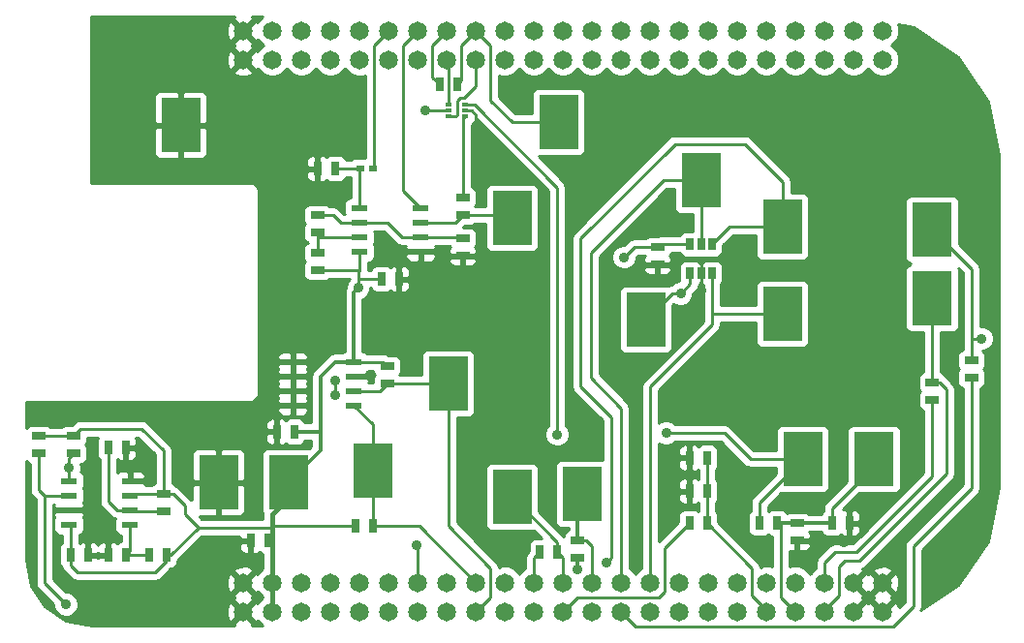
<source format=gtl>
G04 (created by PCBNEW (2013-07-07 BZR 4022)-stable) date 3/24/2015 12:33:15 PM*
%MOIN*%
G04 Gerber Fmt 3.4, Leading zero omitted, Abs format*
%FSLAX34Y34*%
G01*
G70*
G90*
G04 APERTURE LIST*
%ADD10C,0.00590551*%
%ADD11C,0.065*%
%ADD12R,0.135039X0.185039*%
%ADD13R,0.0217X0.0118*%
%ADD14R,0.0276X0.0394*%
%ADD15R,0.0314961X0.023622*%
%ADD16R,0.0551X0.0236*%
%ADD17R,0.025X0.045*%
%ADD18R,0.045X0.025*%
%ADD19C,0.035*%
%ADD20C,0.01*%
%ADD21C,0.012*%
%ADD22C,0.014*%
%ADD23C,0.016*%
G04 APERTURE END LIST*
G54D10*
G54D11*
X73650Y-43350D03*
X73650Y-42350D03*
X74650Y-43350D03*
X74650Y-42350D03*
X75650Y-43350D03*
X75650Y-42350D03*
X76650Y-43350D03*
X76650Y-42350D03*
X77650Y-43350D03*
X77650Y-42350D03*
X78650Y-43350D03*
X78650Y-42350D03*
X79650Y-43350D03*
X79650Y-42350D03*
X80650Y-43350D03*
X80650Y-42350D03*
X81650Y-43350D03*
X81650Y-42350D03*
X82650Y-43350D03*
X82650Y-42350D03*
X83650Y-43350D03*
X83650Y-42350D03*
X84650Y-43350D03*
X84650Y-42350D03*
X85650Y-43350D03*
X85650Y-42350D03*
X86650Y-43350D03*
X86650Y-42350D03*
X87650Y-43350D03*
X87650Y-42350D03*
X88650Y-43350D03*
X88650Y-42350D03*
X89650Y-43350D03*
X89650Y-42350D03*
X90650Y-43350D03*
X90650Y-42350D03*
X91650Y-43350D03*
X91650Y-42350D03*
X92650Y-43350D03*
X92650Y-42350D03*
X93650Y-43350D03*
X93650Y-42350D03*
X94650Y-43350D03*
X94650Y-42350D03*
X95650Y-43350D03*
X95650Y-42350D03*
G54D12*
X75200Y-57900D03*
X97350Y-49200D03*
X97350Y-51550D03*
X95350Y-57100D03*
X92900Y-57100D03*
X82900Y-48800D03*
X78100Y-57500D03*
X80700Y-54500D03*
X92200Y-52100D03*
X92200Y-49100D03*
X87500Y-52300D03*
X72800Y-57900D03*
X84500Y-45500D03*
X82900Y-58400D03*
X85300Y-58300D03*
X89400Y-47500D03*
G54D13*
X80717Y-45297D03*
X80717Y-45100D03*
X80717Y-44903D03*
X81283Y-44903D03*
X81283Y-45100D03*
X81283Y-45297D03*
G54D14*
X89025Y-49700D03*
X89400Y-49700D03*
X89775Y-49700D03*
X89775Y-50700D03*
X89400Y-50700D03*
X89025Y-50700D03*
G54D15*
X78116Y-47100D03*
X77683Y-47100D03*
G54D16*
X77450Y-53750D03*
X75350Y-53750D03*
X77450Y-54250D03*
X77450Y-54750D03*
X77450Y-55250D03*
X75350Y-54250D03*
X75350Y-54750D03*
X75350Y-55250D03*
X77650Y-49950D03*
X79750Y-49950D03*
X77650Y-49450D03*
X77650Y-48950D03*
X77650Y-48450D03*
X79750Y-49450D03*
X79750Y-48950D03*
X79750Y-48450D03*
X67650Y-59350D03*
X69750Y-59350D03*
X67650Y-58850D03*
X67650Y-58350D03*
X67650Y-57850D03*
X69750Y-58850D03*
X69750Y-58350D03*
X69750Y-57850D03*
G54D17*
X76800Y-47100D03*
X76200Y-47100D03*
X67700Y-60400D03*
X68300Y-60400D03*
X74500Y-59900D03*
X73900Y-59900D03*
G54D18*
X70900Y-58300D03*
X70900Y-58900D03*
G54D17*
X93900Y-59300D03*
X94500Y-59300D03*
X91400Y-59300D03*
X92000Y-59300D03*
G54D18*
X78600Y-53900D03*
X78600Y-54500D03*
G54D17*
X75400Y-56150D03*
X74800Y-56150D03*
X78400Y-50900D03*
X79000Y-50900D03*
G54D18*
X81200Y-48700D03*
X81200Y-48100D03*
X66600Y-56300D03*
X66600Y-56900D03*
X76200Y-50600D03*
X76200Y-50000D03*
G54D17*
X77500Y-59400D03*
X78100Y-59400D03*
G54D18*
X76200Y-49300D03*
X76200Y-48700D03*
X81200Y-49500D03*
X81200Y-50100D03*
G54D17*
X89600Y-57050D03*
X89000Y-57050D03*
X89600Y-58200D03*
X89000Y-58200D03*
X89600Y-59300D03*
X89000Y-59300D03*
X71000Y-60400D03*
X70400Y-60400D03*
G54D18*
X87900Y-49800D03*
X87900Y-50400D03*
G54D17*
X69600Y-60400D03*
X69000Y-60400D03*
X69000Y-56700D03*
X69600Y-56700D03*
G54D18*
X67800Y-56300D03*
X67800Y-56900D03*
G54D11*
X73650Y-62350D03*
X73650Y-61350D03*
X74650Y-62350D03*
X74650Y-61350D03*
X75650Y-62350D03*
X75650Y-61350D03*
X76650Y-62350D03*
X76650Y-61350D03*
X77650Y-62350D03*
X77650Y-61350D03*
X78650Y-62350D03*
X78650Y-61350D03*
X79650Y-62350D03*
X79650Y-61350D03*
X80650Y-62350D03*
X80650Y-61350D03*
X81650Y-62350D03*
X81650Y-61350D03*
X82650Y-62350D03*
X82650Y-61350D03*
X83650Y-62350D03*
X83650Y-61350D03*
X84650Y-62350D03*
X84650Y-61350D03*
X85650Y-62350D03*
X85650Y-61350D03*
X86650Y-62350D03*
X86650Y-61350D03*
X87650Y-62350D03*
X87650Y-61350D03*
X88650Y-62350D03*
X88650Y-61350D03*
X89650Y-62350D03*
X89650Y-61350D03*
X90650Y-62350D03*
X90650Y-61350D03*
X91650Y-62350D03*
X91650Y-61350D03*
X92650Y-62350D03*
X92650Y-61350D03*
X93650Y-62350D03*
X93650Y-61350D03*
X94650Y-62350D03*
X94650Y-61350D03*
X95650Y-62350D03*
X95650Y-61350D03*
G54D12*
X71500Y-45600D03*
G54D17*
X80400Y-44200D03*
X81000Y-44200D03*
X84450Y-60300D03*
X83850Y-60300D03*
G54D18*
X85150Y-59900D03*
X85150Y-60500D03*
X92700Y-59300D03*
X92700Y-59900D03*
X97350Y-54450D03*
X97350Y-55050D03*
X98700Y-53700D03*
X98700Y-54300D03*
G54D19*
X76800Y-54900D03*
X76800Y-54400D03*
X99050Y-52950D03*
X67650Y-57400D03*
X84450Y-56250D03*
X79600Y-60050D03*
X88200Y-56200D03*
X85150Y-60900D03*
X67550Y-62100D03*
X86150Y-60650D03*
X88700Y-51400D03*
X86750Y-50150D03*
X79900Y-45100D03*
X77600Y-51200D03*
X93350Y-45750D03*
X93950Y-45750D03*
X94550Y-45750D03*
X95150Y-45750D03*
X99350Y-50550D03*
X99350Y-50000D03*
X99350Y-49450D03*
X99350Y-48900D03*
X94300Y-59950D03*
X93850Y-59950D03*
X75200Y-47200D03*
X74700Y-47200D03*
X74200Y-47200D03*
X78000Y-54200D03*
X89400Y-51300D03*
X88500Y-50400D03*
X86750Y-50900D03*
X87150Y-50650D03*
X82350Y-46350D03*
X82000Y-46000D03*
X81650Y-45650D03*
X90100Y-57500D03*
X90600Y-57400D03*
X90200Y-57000D03*
X88250Y-58200D03*
X88250Y-57700D03*
X88250Y-57150D03*
X95500Y-58800D03*
X95100Y-59150D03*
X78950Y-49950D03*
X78400Y-49950D03*
X76600Y-52500D03*
X76600Y-53000D03*
X73800Y-55450D03*
X73300Y-55450D03*
X72800Y-55450D03*
X69900Y-57350D03*
X69450Y-57350D03*
G54D20*
X76800Y-54400D02*
X76800Y-54900D01*
X89600Y-58200D02*
X89600Y-59300D01*
X89600Y-57050D02*
X89600Y-58200D01*
X91650Y-62350D02*
X91650Y-62300D01*
X91650Y-62300D02*
X91150Y-61800D01*
X91150Y-61800D02*
X91150Y-60850D01*
X91150Y-60850D02*
X89600Y-59300D01*
X84650Y-62350D02*
X85150Y-61850D01*
X88150Y-60150D02*
X89000Y-59300D01*
X88150Y-61650D02*
X88150Y-60150D01*
X87950Y-61850D02*
X88150Y-61650D01*
X85150Y-61850D02*
X87950Y-61850D01*
G54D21*
X93900Y-59300D02*
X92700Y-59300D01*
X92000Y-59300D02*
X92700Y-59300D01*
G54D20*
X95350Y-57100D02*
X95350Y-57350D01*
X93900Y-58800D02*
X93900Y-59300D01*
X95350Y-57350D02*
X93900Y-58800D01*
X92650Y-62350D02*
X92150Y-61850D01*
X92150Y-61850D02*
X92150Y-59300D01*
X92150Y-59300D02*
X92000Y-59300D01*
X97600Y-54450D02*
X97350Y-54450D01*
X93650Y-62350D02*
X93650Y-62300D01*
X93650Y-62300D02*
X94150Y-61800D01*
X94150Y-61800D02*
X94150Y-60800D01*
X94150Y-60800D02*
X94350Y-60600D01*
X94350Y-60600D02*
X94850Y-60600D01*
X94850Y-60600D02*
X97850Y-57600D01*
X97850Y-57600D02*
X97850Y-54700D01*
X97850Y-54700D02*
X97600Y-54450D01*
X97350Y-51550D02*
X97350Y-54450D01*
X79650Y-42350D02*
X79150Y-42850D01*
X79150Y-47850D02*
X79750Y-48450D01*
X79150Y-42850D02*
X79150Y-47850D01*
X81650Y-43350D02*
X81650Y-44250D01*
X80953Y-45297D02*
X80717Y-45297D01*
X81000Y-45250D02*
X80953Y-45297D01*
X81000Y-44750D02*
X81000Y-45250D01*
X81100Y-44650D02*
X81000Y-44750D01*
X81250Y-44650D02*
X81100Y-44650D01*
X81650Y-44250D02*
X81250Y-44650D01*
X78650Y-42350D02*
X78150Y-42850D01*
X78150Y-47066D02*
X78116Y-47100D01*
X78150Y-42850D02*
X78150Y-47066D01*
X80650Y-42350D02*
X80150Y-42850D01*
X80150Y-43950D02*
X80400Y-44200D01*
X80150Y-42850D02*
X80150Y-43950D01*
X82900Y-45500D02*
X84500Y-45500D01*
X82150Y-44750D02*
X82900Y-45500D01*
X82150Y-42850D02*
X82150Y-44750D01*
X81650Y-42350D02*
X81150Y-42850D01*
X81150Y-44050D02*
X81000Y-44200D01*
X81150Y-42850D02*
X81150Y-44050D01*
X81650Y-42350D02*
X82150Y-42850D01*
X99050Y-52950D02*
X98700Y-52950D01*
X98700Y-52950D02*
X98750Y-52950D01*
X98700Y-53000D02*
X98700Y-52950D01*
X98750Y-52950D02*
X98700Y-53000D01*
X98700Y-53700D02*
X98700Y-52950D01*
X98700Y-52950D02*
X98700Y-50550D01*
X98700Y-50550D02*
X97350Y-49200D01*
X80700Y-54500D02*
X80700Y-59400D01*
X82150Y-61850D02*
X81650Y-62350D01*
X82150Y-60850D02*
X82150Y-61850D01*
X80700Y-59400D02*
X82150Y-60850D01*
X78600Y-54500D02*
X80700Y-54500D01*
X77450Y-54750D02*
X78350Y-54750D01*
X78350Y-54750D02*
X78600Y-54500D01*
X78100Y-57500D02*
X78100Y-55900D01*
X78100Y-55900D02*
X77450Y-55250D01*
X78100Y-57500D02*
X78100Y-59400D01*
X78100Y-59400D02*
X79700Y-59400D01*
X79700Y-59400D02*
X81650Y-61350D01*
X67650Y-57850D02*
X67650Y-57400D01*
X67650Y-57400D02*
X67650Y-57050D01*
X67650Y-57050D02*
X67800Y-56900D01*
X81283Y-44903D02*
X81603Y-44903D01*
X84450Y-47750D02*
X84450Y-56250D01*
X81603Y-44903D02*
X84450Y-47750D01*
X92900Y-57100D02*
X91100Y-57100D01*
X79650Y-60100D02*
X79650Y-61350D01*
X79600Y-60050D02*
X79650Y-60100D01*
X90200Y-56200D02*
X88200Y-56200D01*
X91100Y-57100D02*
X90200Y-56200D01*
X91400Y-59300D02*
X91400Y-58600D01*
X91400Y-58600D02*
X92900Y-57100D01*
X85650Y-61350D02*
X85650Y-60100D01*
X85650Y-60100D02*
X85450Y-59900D01*
X85450Y-59900D02*
X85150Y-59900D01*
G54D21*
X85150Y-59900D02*
X85150Y-58450D01*
X85150Y-58450D02*
X85300Y-58300D01*
G54D20*
X84450Y-60300D02*
X84450Y-59950D01*
X84450Y-59950D02*
X82900Y-58400D01*
X84650Y-61350D02*
X84650Y-60500D01*
X84650Y-60500D02*
X84450Y-60300D01*
X83650Y-61350D02*
X83650Y-60500D01*
X83650Y-60500D02*
X83850Y-60300D01*
G54D21*
X85150Y-60900D02*
X85150Y-60500D01*
G54D20*
X80717Y-44903D02*
X80717Y-43417D01*
X80717Y-43417D02*
X80650Y-43350D01*
X97350Y-57650D02*
X97350Y-57700D01*
X97350Y-57700D02*
X94750Y-60300D01*
X94750Y-60300D02*
X94000Y-60300D01*
X94000Y-60300D02*
X93650Y-60650D01*
X93650Y-60650D02*
X93650Y-61350D01*
X97350Y-55050D02*
X97350Y-57650D01*
X98700Y-54300D02*
X98700Y-54550D01*
X96700Y-61500D02*
X96700Y-60100D01*
X87150Y-62850D02*
X95650Y-62850D01*
X95650Y-62850D02*
X96000Y-62850D01*
X96000Y-62850D02*
X96700Y-62150D01*
X96700Y-62150D02*
X96700Y-61500D01*
X87150Y-62850D02*
X86650Y-62350D01*
X98700Y-58100D02*
X98700Y-54550D01*
X96700Y-60100D02*
X98700Y-58100D01*
X66800Y-58350D02*
X66800Y-61350D01*
X66800Y-61350D02*
X67550Y-62100D01*
X66600Y-58150D02*
X66600Y-56900D01*
X66800Y-58350D02*
X66600Y-58150D01*
X67650Y-58350D02*
X66800Y-58350D01*
X86650Y-61350D02*
X86650Y-55350D01*
X88100Y-47500D02*
X89400Y-47500D01*
X85600Y-50000D02*
X88100Y-47500D01*
X85600Y-54300D02*
X85600Y-50000D01*
X86650Y-55350D02*
X85600Y-54300D01*
X89400Y-47500D02*
X89400Y-49700D01*
X92200Y-47550D02*
X92200Y-49100D01*
X90900Y-46250D02*
X92200Y-47550D01*
X88500Y-46250D02*
X90900Y-46250D01*
X85250Y-49500D02*
X88500Y-46250D01*
X85250Y-54600D02*
X85250Y-49500D01*
X86300Y-55650D02*
X85250Y-54600D01*
X86300Y-60500D02*
X86300Y-55650D01*
X86150Y-60650D02*
X86300Y-60500D01*
X92200Y-49100D02*
X90375Y-49100D01*
X90375Y-49100D02*
X89775Y-49700D01*
X92200Y-52100D02*
X89775Y-52100D01*
X87650Y-61350D02*
X87650Y-54600D01*
X89775Y-52475D02*
X89775Y-52100D01*
X89775Y-52100D02*
X89775Y-50700D01*
X87650Y-54600D02*
X89775Y-52475D01*
X88700Y-51400D02*
X88400Y-51400D01*
X88400Y-51400D02*
X87500Y-52300D01*
X89025Y-51075D02*
X89025Y-50700D01*
X88700Y-51400D02*
X89025Y-51075D01*
X81200Y-48100D02*
X81200Y-45380D01*
X81200Y-45380D02*
X81283Y-45297D01*
X66600Y-56300D02*
X67800Y-56300D01*
X67800Y-56300D02*
X68050Y-56050D01*
X68050Y-56050D02*
X70150Y-56050D01*
X70150Y-56050D02*
X70900Y-56800D01*
X70900Y-56800D02*
X70900Y-58300D01*
X67700Y-60400D02*
X67700Y-60750D01*
X71000Y-60600D02*
X71000Y-60400D01*
X70600Y-61000D02*
X71000Y-60600D01*
X67950Y-61000D02*
X70600Y-61000D01*
X67700Y-60750D02*
X67950Y-61000D01*
X87100Y-49800D02*
X86750Y-50150D01*
X87900Y-49800D02*
X87100Y-49800D01*
X71000Y-60400D02*
X71150Y-60400D01*
X71150Y-60400D02*
X72100Y-59450D01*
X70900Y-58300D02*
X71250Y-58300D01*
X72100Y-59450D02*
X74650Y-59450D01*
X71650Y-59000D02*
X72100Y-59450D01*
X71650Y-58700D02*
X71650Y-59000D01*
X71250Y-58300D02*
X71650Y-58700D01*
G54D22*
X75400Y-56150D02*
X76250Y-56150D01*
X76250Y-56150D02*
X76300Y-56100D01*
X77450Y-53750D02*
X76800Y-53750D01*
X76300Y-56800D02*
X75200Y-57900D01*
X76300Y-56100D02*
X76300Y-56800D01*
X76300Y-54250D02*
X76300Y-56100D01*
X76800Y-53750D02*
X76300Y-54250D01*
G54D20*
X78400Y-50900D02*
X77600Y-50900D01*
G54D21*
X77450Y-53750D02*
X77450Y-51350D01*
X77450Y-51350D02*
X77600Y-51200D01*
G54D20*
X77600Y-51200D02*
X77600Y-50900D01*
X77600Y-50900D02*
X77600Y-50650D01*
X77600Y-50650D02*
X77650Y-50600D01*
X80717Y-45100D02*
X79900Y-45100D01*
X77500Y-59400D02*
X74700Y-59400D01*
X74700Y-59400D02*
X74650Y-59450D01*
G54D23*
X74500Y-59900D02*
X74650Y-59900D01*
X74650Y-62350D02*
X74650Y-61350D01*
X74650Y-61350D02*
X74650Y-59900D01*
X74650Y-59900D02*
X74650Y-59600D01*
X74650Y-59600D02*
X74650Y-59450D01*
X74650Y-59450D02*
X74650Y-59000D01*
X75200Y-58450D02*
X75200Y-57900D01*
X74650Y-59000D02*
X75200Y-58450D01*
G54D20*
X67700Y-60400D02*
X67700Y-59400D01*
X67700Y-59400D02*
X67650Y-59350D01*
X70900Y-58300D02*
X69800Y-58300D01*
X69800Y-58300D02*
X69750Y-58350D01*
X77450Y-53750D02*
X78450Y-53750D01*
X78450Y-53750D02*
X78600Y-53900D01*
X89025Y-49700D02*
X88000Y-49700D01*
X88000Y-49700D02*
X87900Y-49800D01*
X77650Y-49950D02*
X77650Y-50600D01*
X76200Y-50600D02*
X77650Y-50600D01*
X96000Y-47300D02*
X96000Y-46600D01*
X94550Y-45750D02*
X93950Y-45750D01*
X96000Y-46600D02*
X95150Y-45750D01*
X99350Y-49450D02*
X99350Y-50000D01*
X99350Y-48300D02*
X99350Y-48900D01*
X98350Y-47300D02*
X99350Y-48300D01*
X96000Y-47300D02*
X98350Y-47300D01*
X95700Y-47600D02*
X96000Y-47300D01*
X95700Y-49300D02*
X95700Y-47600D01*
X94400Y-50600D02*
X95700Y-49300D01*
X91450Y-50600D02*
X94400Y-50600D01*
X91050Y-50200D02*
X91450Y-50600D01*
X89350Y-50200D02*
X91050Y-50200D01*
X94500Y-59750D02*
X94300Y-59950D01*
X94500Y-59750D02*
X94500Y-59300D01*
X71500Y-45600D02*
X72600Y-45600D01*
X74700Y-47200D02*
X75200Y-47200D01*
X72600Y-45600D02*
X74200Y-47200D01*
X77450Y-54250D02*
X77950Y-54250D01*
X77950Y-54250D02*
X78000Y-54200D01*
X89400Y-50700D02*
X89400Y-51300D01*
X87900Y-50400D02*
X88500Y-50400D01*
X87900Y-50400D02*
X87400Y-50400D01*
X87400Y-50400D02*
X87150Y-50650D01*
X89400Y-50700D02*
X89400Y-50250D01*
X88400Y-50400D02*
X87900Y-50400D01*
X88600Y-50200D02*
X88400Y-50400D01*
X89350Y-50200D02*
X88600Y-50200D01*
X89400Y-50250D02*
X89350Y-50200D01*
X81283Y-45100D02*
X81500Y-45100D01*
X82000Y-46000D02*
X82350Y-46350D01*
X81650Y-45250D02*
X81650Y-45650D01*
X81500Y-45100D02*
X81650Y-45250D01*
X89000Y-57050D02*
X89000Y-56600D01*
X90500Y-57500D02*
X90100Y-57500D01*
X90600Y-57400D02*
X90500Y-57500D01*
X90200Y-56850D02*
X90200Y-57000D01*
X89900Y-56550D02*
X90200Y-56850D01*
X89050Y-56550D02*
X89900Y-56550D01*
X89000Y-56600D02*
X89050Y-56550D01*
X89000Y-57050D02*
X88350Y-57050D01*
X88250Y-57700D02*
X88250Y-58200D01*
X88350Y-57050D02*
X88250Y-57150D01*
X94500Y-59300D02*
X94950Y-59300D01*
X94950Y-59300D02*
X95100Y-59150D01*
X79000Y-50900D02*
X79000Y-50550D01*
X79000Y-50550D02*
X78400Y-49950D01*
X75850Y-53750D02*
X76600Y-53000D01*
X75850Y-53750D02*
X75350Y-53750D01*
X72800Y-57900D02*
X72800Y-55450D01*
X73300Y-55450D02*
X73800Y-55450D01*
X69600Y-56700D02*
X69600Y-57200D01*
X69900Y-57350D02*
X69950Y-57350D01*
X69600Y-57200D02*
X69450Y-57350D01*
X70400Y-60400D02*
X69600Y-60400D01*
X69750Y-59350D02*
X69750Y-60250D01*
X69750Y-60250D02*
X69600Y-60400D01*
X69750Y-58850D02*
X69300Y-58850D01*
X69000Y-58550D02*
X69000Y-56700D01*
X69300Y-58850D02*
X69000Y-58550D01*
X70900Y-58900D02*
X69800Y-58900D01*
X69800Y-58900D02*
X69750Y-58850D01*
X76200Y-50000D02*
X76200Y-49450D01*
X77650Y-49450D02*
X76250Y-49450D01*
X76200Y-49450D02*
X76200Y-49300D01*
X76250Y-49450D02*
X76200Y-49450D01*
X81200Y-48700D02*
X82800Y-48700D01*
X82800Y-48700D02*
X82900Y-48800D01*
X79750Y-48950D02*
X80950Y-48950D01*
X80950Y-48950D02*
X81200Y-48700D01*
X77650Y-48450D02*
X77650Y-47133D01*
X77616Y-47100D02*
X76800Y-47100D01*
X77650Y-47133D02*
X77616Y-47100D01*
X79750Y-49450D02*
X79100Y-49450D01*
X78600Y-48950D02*
X77650Y-48950D01*
X79100Y-49450D02*
X78600Y-48950D01*
X76200Y-48700D02*
X76750Y-48700D01*
X76750Y-48700D02*
X77000Y-48950D01*
X77000Y-48950D02*
X77650Y-48950D01*
X81150Y-49450D02*
X81200Y-49500D01*
X79750Y-49450D02*
X81150Y-49450D01*
G54D10*
G36*
X70600Y-57935D02*
X70533Y-57962D01*
X70496Y-58000D01*
X70275Y-58000D01*
X70275Y-57682D01*
X70237Y-57590D01*
X70167Y-57520D01*
X70075Y-57482D01*
X69975Y-57481D01*
X69975Y-57481D01*
X69975Y-56875D01*
X69975Y-56812D01*
X69912Y-56750D01*
X69650Y-56750D01*
X69650Y-57112D01*
X69712Y-57175D01*
X69774Y-57175D01*
X69866Y-57137D01*
X69936Y-57066D01*
X69974Y-56974D01*
X69975Y-56875D01*
X69975Y-57481D01*
X69862Y-57482D01*
X69800Y-57544D01*
X69800Y-57800D01*
X70213Y-57800D01*
X70275Y-57737D01*
X70275Y-57682D01*
X70275Y-58000D01*
X70275Y-58000D01*
X70275Y-57962D01*
X70213Y-57900D01*
X69800Y-57900D01*
X69800Y-57907D01*
X69700Y-57907D01*
X69700Y-57900D01*
X69692Y-57900D01*
X69692Y-57800D01*
X69700Y-57800D01*
X69700Y-57544D01*
X69637Y-57482D01*
X69524Y-57481D01*
X69424Y-57482D01*
X69332Y-57520D01*
X69300Y-57552D01*
X69300Y-57103D01*
X69333Y-57137D01*
X69425Y-57175D01*
X69487Y-57175D01*
X69550Y-57112D01*
X69550Y-56750D01*
X69542Y-56750D01*
X69542Y-56650D01*
X69550Y-56650D01*
X69550Y-56642D01*
X69650Y-56642D01*
X69650Y-56650D01*
X69912Y-56650D01*
X69975Y-56587D01*
X69975Y-56524D01*
X69974Y-56425D01*
X69943Y-56350D01*
X70025Y-56350D01*
X70600Y-56924D01*
X70600Y-57935D01*
X70600Y-57935D01*
G37*
G54D20*
X70600Y-57935D02*
X70533Y-57962D01*
X70496Y-58000D01*
X70275Y-58000D01*
X70275Y-57682D01*
X70237Y-57590D01*
X70167Y-57520D01*
X70075Y-57482D01*
X69975Y-57481D01*
X69975Y-57481D01*
X69975Y-56875D01*
X69975Y-56812D01*
X69912Y-56750D01*
X69650Y-56750D01*
X69650Y-57112D01*
X69712Y-57175D01*
X69774Y-57175D01*
X69866Y-57137D01*
X69936Y-57066D01*
X69974Y-56974D01*
X69975Y-56875D01*
X69975Y-57481D01*
X69862Y-57482D01*
X69800Y-57544D01*
X69800Y-57800D01*
X70213Y-57800D01*
X70275Y-57737D01*
X70275Y-57682D01*
X70275Y-58000D01*
X70275Y-58000D01*
X70275Y-57962D01*
X70213Y-57900D01*
X69800Y-57900D01*
X69800Y-57907D01*
X69700Y-57907D01*
X69700Y-57900D01*
X69692Y-57900D01*
X69692Y-57800D01*
X69700Y-57800D01*
X69700Y-57544D01*
X69637Y-57482D01*
X69524Y-57481D01*
X69424Y-57482D01*
X69332Y-57520D01*
X69300Y-57552D01*
X69300Y-57103D01*
X69333Y-57137D01*
X69425Y-57175D01*
X69487Y-57175D01*
X69550Y-57112D01*
X69550Y-56750D01*
X69542Y-56750D01*
X69542Y-56650D01*
X69550Y-56650D01*
X69550Y-56642D01*
X69650Y-56642D01*
X69650Y-56650D01*
X69912Y-56650D01*
X69975Y-56587D01*
X69975Y-56524D01*
X69974Y-56425D01*
X69943Y-56350D01*
X70025Y-56350D01*
X70600Y-56924D01*
X70600Y-57935D01*
G54D10*
G36*
X74320Y-61866D02*
X74162Y-62023D01*
X74152Y-62048D01*
X74151Y-62047D01*
X74054Y-62016D01*
X73983Y-62087D01*
X73983Y-61945D01*
X73953Y-61850D01*
X73983Y-61754D01*
X73650Y-61420D01*
X73579Y-61491D01*
X73579Y-61350D01*
X73245Y-61016D01*
X73148Y-61047D01*
X73070Y-61262D01*
X73080Y-61490D01*
X73148Y-61652D01*
X73245Y-61683D01*
X73579Y-61350D01*
X73579Y-61491D01*
X73316Y-61754D01*
X73346Y-61850D01*
X73316Y-61945D01*
X73650Y-62279D01*
X73983Y-61945D01*
X73983Y-62087D01*
X73720Y-62350D01*
X74054Y-62683D01*
X74151Y-62652D01*
X74152Y-62651D01*
X74162Y-62675D01*
X74317Y-62830D01*
X73959Y-62830D01*
X73983Y-62754D01*
X73650Y-62420D01*
X73579Y-62491D01*
X73579Y-62350D01*
X73245Y-62016D01*
X73148Y-62047D01*
X73070Y-62262D01*
X73080Y-62490D01*
X73148Y-62652D01*
X73245Y-62683D01*
X73579Y-62350D01*
X73579Y-62491D01*
X73316Y-62754D01*
X73340Y-62830D01*
X68430Y-62830D01*
X67546Y-62655D01*
X66828Y-62174D01*
X66343Y-61449D01*
X66169Y-60573D01*
X66169Y-57173D01*
X66233Y-57236D01*
X66300Y-57264D01*
X66300Y-58150D01*
X66322Y-58264D01*
X66387Y-58362D01*
X66500Y-58474D01*
X66500Y-61350D01*
X66522Y-61464D01*
X66587Y-61562D01*
X67125Y-62099D01*
X67124Y-62184D01*
X67189Y-62340D01*
X67308Y-62460D01*
X67465Y-62524D01*
X67634Y-62525D01*
X67790Y-62460D01*
X67910Y-62341D01*
X67974Y-62184D01*
X67975Y-62015D01*
X67910Y-61859D01*
X67791Y-61739D01*
X67634Y-61675D01*
X67549Y-61674D01*
X67100Y-61225D01*
X67100Y-58650D01*
X67137Y-58650D01*
X67124Y-58682D01*
X67124Y-58737D01*
X67187Y-58800D01*
X67600Y-58800D01*
X67600Y-58792D01*
X67700Y-58792D01*
X67700Y-58800D01*
X68113Y-58800D01*
X68175Y-58737D01*
X68175Y-58682D01*
X68141Y-58599D01*
X68175Y-58517D01*
X68175Y-58418D01*
X68175Y-58182D01*
X68141Y-58099D01*
X68175Y-58017D01*
X68175Y-57918D01*
X68175Y-57682D01*
X68137Y-57590D01*
X68067Y-57520D01*
X68061Y-57517D01*
X68074Y-57484D01*
X68075Y-57315D01*
X68058Y-57275D01*
X68074Y-57275D01*
X68166Y-57237D01*
X68236Y-57166D01*
X68274Y-57074D01*
X68275Y-56975D01*
X68275Y-56725D01*
X68237Y-56633D01*
X68203Y-56600D01*
X68236Y-56566D01*
X68274Y-56474D01*
X68275Y-56375D01*
X68275Y-56350D01*
X68656Y-56350D01*
X68625Y-56425D01*
X68624Y-56524D01*
X68624Y-56974D01*
X68662Y-57066D01*
X68700Y-57103D01*
X68700Y-58550D01*
X68722Y-58664D01*
X68787Y-58762D01*
X69087Y-59062D01*
X69087Y-59062D01*
X69185Y-59127D01*
X69242Y-59138D01*
X69224Y-59182D01*
X69224Y-59281D01*
X69224Y-59517D01*
X69262Y-59609D01*
X69332Y-59679D01*
X69424Y-59717D01*
X69450Y-59717D01*
X69450Y-59924D01*
X69425Y-59924D01*
X69333Y-59962D01*
X69300Y-59996D01*
X69266Y-59962D01*
X69174Y-59924D01*
X69112Y-59925D01*
X69050Y-59987D01*
X69050Y-60350D01*
X69057Y-60350D01*
X69057Y-60450D01*
X69050Y-60450D01*
X69050Y-60457D01*
X68950Y-60457D01*
X68950Y-60450D01*
X68950Y-60350D01*
X68950Y-59987D01*
X68887Y-59925D01*
X68825Y-59924D01*
X68733Y-59962D01*
X68663Y-60033D01*
X68650Y-60064D01*
X68636Y-60033D01*
X68566Y-59962D01*
X68474Y-59924D01*
X68412Y-59925D01*
X68350Y-59987D01*
X68350Y-60350D01*
X68612Y-60350D01*
X68650Y-60312D01*
X68687Y-60350D01*
X68950Y-60350D01*
X68950Y-60450D01*
X68687Y-60450D01*
X68650Y-60487D01*
X68612Y-60450D01*
X68350Y-60450D01*
X68350Y-60457D01*
X68250Y-60457D01*
X68250Y-60450D01*
X68242Y-60450D01*
X68242Y-60350D01*
X68250Y-60350D01*
X68250Y-59987D01*
X68187Y-59925D01*
X68125Y-59924D01*
X68033Y-59962D01*
X68000Y-59996D01*
X68000Y-59996D01*
X68000Y-59707D01*
X68066Y-59680D01*
X68137Y-59609D01*
X68175Y-59517D01*
X68175Y-59418D01*
X68175Y-59182D01*
X68141Y-59100D01*
X68175Y-59017D01*
X68175Y-58962D01*
X68113Y-58900D01*
X67700Y-58900D01*
X67700Y-58907D01*
X67600Y-58907D01*
X67600Y-58900D01*
X67187Y-58900D01*
X67124Y-58962D01*
X67124Y-59017D01*
X67158Y-59100D01*
X67124Y-59182D01*
X67124Y-59281D01*
X67124Y-59517D01*
X67162Y-59609D01*
X67232Y-59679D01*
X67324Y-59717D01*
X67400Y-59718D01*
X67400Y-59996D01*
X67363Y-60033D01*
X67325Y-60125D01*
X67324Y-60224D01*
X67324Y-60674D01*
X67362Y-60766D01*
X67413Y-60816D01*
X67422Y-60864D01*
X67487Y-60962D01*
X67737Y-61212D01*
X67737Y-61212D01*
X67835Y-61277D01*
X67950Y-61300D01*
X70600Y-61300D01*
X70600Y-61299D01*
X70714Y-61277D01*
X70714Y-61277D01*
X70812Y-61212D01*
X71149Y-60875D01*
X71174Y-60875D01*
X71266Y-60837D01*
X71336Y-60766D01*
X71374Y-60674D01*
X71375Y-60599D01*
X72224Y-59750D01*
X73524Y-59750D01*
X73525Y-59787D01*
X73587Y-59850D01*
X73850Y-59850D01*
X73850Y-59842D01*
X73950Y-59842D01*
X73950Y-59850D01*
X73957Y-59850D01*
X73957Y-59950D01*
X73950Y-59950D01*
X73950Y-60312D01*
X74012Y-60375D01*
X74074Y-60375D01*
X74166Y-60337D01*
X74199Y-60303D01*
X74233Y-60336D01*
X74320Y-60372D01*
X74320Y-60866D01*
X74162Y-61023D01*
X74152Y-61048D01*
X74151Y-61047D01*
X74054Y-61016D01*
X73983Y-61087D01*
X73983Y-60945D01*
X73952Y-60848D01*
X73850Y-60810D01*
X73850Y-60312D01*
X73850Y-59950D01*
X73587Y-59950D01*
X73525Y-60012D01*
X73524Y-60075D01*
X73525Y-60174D01*
X73563Y-60266D01*
X73633Y-60337D01*
X73725Y-60375D01*
X73787Y-60375D01*
X73850Y-60312D01*
X73850Y-60810D01*
X73737Y-60770D01*
X73509Y-60780D01*
X73347Y-60848D01*
X73316Y-60945D01*
X73650Y-61279D01*
X73983Y-60945D01*
X73983Y-61087D01*
X73720Y-61350D01*
X74054Y-61683D01*
X74151Y-61652D01*
X74152Y-61651D01*
X74162Y-61675D01*
X74320Y-61833D01*
X74320Y-61866D01*
X74320Y-61866D01*
G37*
G54D20*
X74320Y-61866D02*
X74162Y-62023D01*
X74152Y-62048D01*
X74151Y-62047D01*
X74054Y-62016D01*
X73983Y-62087D01*
X73983Y-61945D01*
X73953Y-61850D01*
X73983Y-61754D01*
X73650Y-61420D01*
X73579Y-61491D01*
X73579Y-61350D01*
X73245Y-61016D01*
X73148Y-61047D01*
X73070Y-61262D01*
X73080Y-61490D01*
X73148Y-61652D01*
X73245Y-61683D01*
X73579Y-61350D01*
X73579Y-61491D01*
X73316Y-61754D01*
X73346Y-61850D01*
X73316Y-61945D01*
X73650Y-62279D01*
X73983Y-61945D01*
X73983Y-62087D01*
X73720Y-62350D01*
X74054Y-62683D01*
X74151Y-62652D01*
X74152Y-62651D01*
X74162Y-62675D01*
X74317Y-62830D01*
X73959Y-62830D01*
X73983Y-62754D01*
X73650Y-62420D01*
X73579Y-62491D01*
X73579Y-62350D01*
X73245Y-62016D01*
X73148Y-62047D01*
X73070Y-62262D01*
X73080Y-62490D01*
X73148Y-62652D01*
X73245Y-62683D01*
X73579Y-62350D01*
X73579Y-62491D01*
X73316Y-62754D01*
X73340Y-62830D01*
X68430Y-62830D01*
X67546Y-62655D01*
X66828Y-62174D01*
X66343Y-61449D01*
X66169Y-60573D01*
X66169Y-57173D01*
X66233Y-57236D01*
X66300Y-57264D01*
X66300Y-58150D01*
X66322Y-58264D01*
X66387Y-58362D01*
X66500Y-58474D01*
X66500Y-61350D01*
X66522Y-61464D01*
X66587Y-61562D01*
X67125Y-62099D01*
X67124Y-62184D01*
X67189Y-62340D01*
X67308Y-62460D01*
X67465Y-62524D01*
X67634Y-62525D01*
X67790Y-62460D01*
X67910Y-62341D01*
X67974Y-62184D01*
X67975Y-62015D01*
X67910Y-61859D01*
X67791Y-61739D01*
X67634Y-61675D01*
X67549Y-61674D01*
X67100Y-61225D01*
X67100Y-58650D01*
X67137Y-58650D01*
X67124Y-58682D01*
X67124Y-58737D01*
X67187Y-58800D01*
X67600Y-58800D01*
X67600Y-58792D01*
X67700Y-58792D01*
X67700Y-58800D01*
X68113Y-58800D01*
X68175Y-58737D01*
X68175Y-58682D01*
X68141Y-58599D01*
X68175Y-58517D01*
X68175Y-58418D01*
X68175Y-58182D01*
X68141Y-58099D01*
X68175Y-58017D01*
X68175Y-57918D01*
X68175Y-57682D01*
X68137Y-57590D01*
X68067Y-57520D01*
X68061Y-57517D01*
X68074Y-57484D01*
X68075Y-57315D01*
X68058Y-57275D01*
X68074Y-57275D01*
X68166Y-57237D01*
X68236Y-57166D01*
X68274Y-57074D01*
X68275Y-56975D01*
X68275Y-56725D01*
X68237Y-56633D01*
X68203Y-56600D01*
X68236Y-56566D01*
X68274Y-56474D01*
X68275Y-56375D01*
X68275Y-56350D01*
X68656Y-56350D01*
X68625Y-56425D01*
X68624Y-56524D01*
X68624Y-56974D01*
X68662Y-57066D01*
X68700Y-57103D01*
X68700Y-58550D01*
X68722Y-58664D01*
X68787Y-58762D01*
X69087Y-59062D01*
X69087Y-59062D01*
X69185Y-59127D01*
X69242Y-59138D01*
X69224Y-59182D01*
X69224Y-59281D01*
X69224Y-59517D01*
X69262Y-59609D01*
X69332Y-59679D01*
X69424Y-59717D01*
X69450Y-59717D01*
X69450Y-59924D01*
X69425Y-59924D01*
X69333Y-59962D01*
X69300Y-59996D01*
X69266Y-59962D01*
X69174Y-59924D01*
X69112Y-59925D01*
X69050Y-59987D01*
X69050Y-60350D01*
X69057Y-60350D01*
X69057Y-60450D01*
X69050Y-60450D01*
X69050Y-60457D01*
X68950Y-60457D01*
X68950Y-60450D01*
X68950Y-60350D01*
X68950Y-59987D01*
X68887Y-59925D01*
X68825Y-59924D01*
X68733Y-59962D01*
X68663Y-60033D01*
X68650Y-60064D01*
X68636Y-60033D01*
X68566Y-59962D01*
X68474Y-59924D01*
X68412Y-59925D01*
X68350Y-59987D01*
X68350Y-60350D01*
X68612Y-60350D01*
X68650Y-60312D01*
X68687Y-60350D01*
X68950Y-60350D01*
X68950Y-60450D01*
X68687Y-60450D01*
X68650Y-60487D01*
X68612Y-60450D01*
X68350Y-60450D01*
X68350Y-60457D01*
X68250Y-60457D01*
X68250Y-60450D01*
X68242Y-60450D01*
X68242Y-60350D01*
X68250Y-60350D01*
X68250Y-59987D01*
X68187Y-59925D01*
X68125Y-59924D01*
X68033Y-59962D01*
X68000Y-59996D01*
X68000Y-59996D01*
X68000Y-59707D01*
X68066Y-59680D01*
X68137Y-59609D01*
X68175Y-59517D01*
X68175Y-59418D01*
X68175Y-59182D01*
X68141Y-59100D01*
X68175Y-59017D01*
X68175Y-58962D01*
X68113Y-58900D01*
X67700Y-58900D01*
X67700Y-58907D01*
X67600Y-58907D01*
X67600Y-58900D01*
X67187Y-58900D01*
X67124Y-58962D01*
X67124Y-59017D01*
X67158Y-59100D01*
X67124Y-59182D01*
X67124Y-59281D01*
X67124Y-59517D01*
X67162Y-59609D01*
X67232Y-59679D01*
X67324Y-59717D01*
X67400Y-59718D01*
X67400Y-59996D01*
X67363Y-60033D01*
X67325Y-60125D01*
X67324Y-60224D01*
X67324Y-60674D01*
X67362Y-60766D01*
X67413Y-60816D01*
X67422Y-60864D01*
X67487Y-60962D01*
X67737Y-61212D01*
X67737Y-61212D01*
X67835Y-61277D01*
X67950Y-61300D01*
X70600Y-61300D01*
X70600Y-61299D01*
X70714Y-61277D01*
X70714Y-61277D01*
X70812Y-61212D01*
X71149Y-60875D01*
X71174Y-60875D01*
X71266Y-60837D01*
X71336Y-60766D01*
X71374Y-60674D01*
X71375Y-60599D01*
X72224Y-59750D01*
X73524Y-59750D01*
X73525Y-59787D01*
X73587Y-59850D01*
X73850Y-59850D01*
X73850Y-59842D01*
X73950Y-59842D01*
X73950Y-59850D01*
X73957Y-59850D01*
X73957Y-59950D01*
X73950Y-59950D01*
X73950Y-60312D01*
X74012Y-60375D01*
X74074Y-60375D01*
X74166Y-60337D01*
X74199Y-60303D01*
X74233Y-60336D01*
X74320Y-60372D01*
X74320Y-60866D01*
X74162Y-61023D01*
X74152Y-61048D01*
X74151Y-61047D01*
X74054Y-61016D01*
X73983Y-61087D01*
X73983Y-60945D01*
X73952Y-60848D01*
X73850Y-60810D01*
X73850Y-60312D01*
X73850Y-59950D01*
X73587Y-59950D01*
X73525Y-60012D01*
X73524Y-60075D01*
X73525Y-60174D01*
X73563Y-60266D01*
X73633Y-60337D01*
X73725Y-60375D01*
X73787Y-60375D01*
X73850Y-60312D01*
X73850Y-60810D01*
X73737Y-60770D01*
X73509Y-60780D01*
X73347Y-60848D01*
X73316Y-60945D01*
X73650Y-61279D01*
X73983Y-60945D01*
X73983Y-61087D01*
X73720Y-61350D01*
X74054Y-61683D01*
X74151Y-61652D01*
X74152Y-61651D01*
X74162Y-61675D01*
X74320Y-61833D01*
X74320Y-61866D01*
G54D10*
G36*
X77850Y-46731D02*
X77791Y-46731D01*
X77476Y-46731D01*
X77384Y-46769D01*
X77354Y-46800D01*
X77164Y-46800D01*
X77137Y-46733D01*
X77066Y-46663D01*
X76974Y-46625D01*
X76875Y-46624D01*
X76625Y-46624D01*
X76533Y-46662D01*
X76500Y-46696D01*
X76466Y-46662D01*
X76374Y-46624D01*
X76312Y-46625D01*
X76250Y-46687D01*
X76250Y-47050D01*
X76257Y-47050D01*
X76257Y-47150D01*
X76250Y-47150D01*
X76250Y-47512D01*
X76312Y-47575D01*
X76374Y-47575D01*
X76466Y-47537D01*
X76499Y-47503D01*
X76533Y-47536D01*
X76625Y-47574D01*
X76724Y-47575D01*
X76974Y-47575D01*
X77066Y-47537D01*
X77136Y-47466D01*
X77164Y-47400D01*
X77350Y-47400D01*
X77350Y-48081D01*
X77324Y-48081D01*
X77233Y-48119D01*
X77162Y-48190D01*
X77124Y-48282D01*
X77124Y-48381D01*
X77124Y-48617D01*
X77137Y-48650D01*
X77124Y-48650D01*
X76962Y-48487D01*
X76864Y-48422D01*
X76750Y-48400D01*
X76603Y-48400D01*
X76566Y-48363D01*
X76474Y-48325D01*
X76375Y-48324D01*
X76150Y-48324D01*
X76150Y-47512D01*
X76150Y-47150D01*
X76150Y-47050D01*
X76150Y-46687D01*
X76087Y-46625D01*
X76025Y-46624D01*
X75933Y-46662D01*
X75863Y-46733D01*
X75825Y-46825D01*
X75824Y-46924D01*
X75825Y-46987D01*
X75887Y-47050D01*
X76150Y-47050D01*
X76150Y-47150D01*
X75887Y-47150D01*
X75825Y-47212D01*
X75824Y-47275D01*
X75825Y-47374D01*
X75863Y-47466D01*
X75933Y-47537D01*
X76025Y-47575D01*
X76087Y-47575D01*
X76150Y-47512D01*
X76150Y-48324D01*
X75925Y-48324D01*
X75833Y-48362D01*
X75763Y-48433D01*
X75725Y-48525D01*
X75724Y-48624D01*
X75724Y-48874D01*
X75762Y-48966D01*
X75796Y-48999D01*
X75763Y-49033D01*
X75725Y-49125D01*
X75724Y-49224D01*
X75724Y-49474D01*
X75762Y-49566D01*
X75833Y-49636D01*
X75864Y-49649D01*
X75833Y-49662D01*
X75763Y-49733D01*
X75725Y-49825D01*
X75724Y-49924D01*
X75724Y-50174D01*
X75762Y-50266D01*
X75796Y-50299D01*
X75763Y-50333D01*
X75725Y-50425D01*
X75724Y-50524D01*
X75724Y-50774D01*
X75762Y-50866D01*
X75833Y-50936D01*
X75925Y-50974D01*
X76024Y-50975D01*
X76474Y-50975D01*
X76566Y-50937D01*
X76603Y-50900D01*
X77298Y-50900D01*
X77239Y-50958D01*
X77175Y-51115D01*
X77174Y-51214D01*
X77163Y-51231D01*
X77140Y-51350D01*
X77140Y-53381D01*
X77124Y-53381D01*
X77033Y-53419D01*
X77022Y-53430D01*
X76800Y-53430D01*
X76677Y-53454D01*
X76573Y-53523D01*
X76073Y-54023D01*
X76004Y-54127D01*
X75980Y-54250D01*
X75980Y-55830D01*
X75875Y-55830D01*
X75875Y-55417D01*
X75875Y-55082D01*
X75841Y-55000D01*
X75875Y-54917D01*
X75875Y-54582D01*
X75841Y-54500D01*
X75875Y-54417D01*
X75875Y-54082D01*
X75841Y-54000D01*
X75875Y-53917D01*
X75875Y-53582D01*
X75837Y-53490D01*
X75767Y-53420D01*
X75675Y-53382D01*
X75575Y-53381D01*
X75462Y-53382D01*
X75400Y-53444D01*
X75400Y-53700D01*
X75813Y-53700D01*
X75875Y-53637D01*
X75875Y-53582D01*
X75875Y-53917D01*
X75875Y-53862D01*
X75813Y-53800D01*
X75400Y-53800D01*
X75400Y-53944D01*
X75400Y-54055D01*
X75400Y-54200D01*
X75813Y-54200D01*
X75875Y-54137D01*
X75875Y-54082D01*
X75875Y-54417D01*
X75875Y-54362D01*
X75813Y-54300D01*
X75400Y-54300D01*
X75400Y-54444D01*
X75400Y-54555D01*
X75400Y-54700D01*
X75813Y-54700D01*
X75875Y-54637D01*
X75875Y-54582D01*
X75875Y-54917D01*
X75875Y-54862D01*
X75813Y-54800D01*
X75400Y-54800D01*
X75400Y-54944D01*
X75400Y-55055D01*
X75400Y-55200D01*
X75813Y-55200D01*
X75875Y-55137D01*
X75875Y-55082D01*
X75875Y-55417D01*
X75875Y-55362D01*
X75813Y-55300D01*
X75400Y-55300D01*
X75400Y-55555D01*
X75462Y-55618D01*
X75575Y-55618D01*
X75675Y-55617D01*
X75767Y-55579D01*
X75837Y-55509D01*
X75875Y-55417D01*
X75875Y-55830D01*
X75756Y-55830D01*
X75737Y-55783D01*
X75666Y-55713D01*
X75574Y-55675D01*
X75475Y-55674D01*
X75300Y-55674D01*
X75300Y-55555D01*
X75300Y-55300D01*
X75300Y-55200D01*
X75300Y-55055D01*
X75300Y-54944D01*
X75300Y-54800D01*
X75300Y-54700D01*
X75300Y-54555D01*
X75300Y-54444D01*
X75300Y-54300D01*
X75300Y-54200D01*
X75300Y-54055D01*
X75300Y-53944D01*
X75300Y-53800D01*
X75300Y-53700D01*
X75300Y-53444D01*
X75237Y-53382D01*
X75124Y-53381D01*
X75024Y-53382D01*
X74932Y-53420D01*
X74862Y-53490D01*
X74824Y-53582D01*
X74824Y-53637D01*
X74887Y-53700D01*
X75300Y-53700D01*
X75300Y-53800D01*
X74887Y-53800D01*
X74824Y-53862D01*
X74824Y-53917D01*
X74858Y-54000D01*
X74824Y-54082D01*
X74824Y-54137D01*
X74887Y-54200D01*
X75300Y-54200D01*
X75300Y-54300D01*
X74887Y-54300D01*
X74824Y-54362D01*
X74824Y-54417D01*
X74858Y-54500D01*
X74824Y-54582D01*
X74824Y-54637D01*
X74887Y-54700D01*
X75300Y-54700D01*
X75300Y-54800D01*
X74887Y-54800D01*
X74824Y-54862D01*
X74824Y-54917D01*
X74858Y-55000D01*
X74824Y-55082D01*
X74824Y-55137D01*
X74887Y-55200D01*
X75300Y-55200D01*
X75300Y-55300D01*
X74887Y-55300D01*
X74824Y-55362D01*
X74824Y-55417D01*
X74862Y-55509D01*
X74932Y-55579D01*
X75024Y-55617D01*
X75124Y-55618D01*
X75237Y-55618D01*
X75300Y-55555D01*
X75300Y-55674D01*
X75225Y-55674D01*
X75133Y-55712D01*
X75100Y-55746D01*
X75066Y-55712D01*
X74974Y-55674D01*
X74912Y-55675D01*
X74850Y-55737D01*
X74850Y-56100D01*
X74857Y-56100D01*
X74857Y-56200D01*
X74850Y-56200D01*
X74850Y-56562D01*
X74912Y-56625D01*
X74974Y-56625D01*
X75066Y-56587D01*
X75099Y-56553D01*
X75133Y-56586D01*
X75225Y-56624D01*
X75324Y-56625D01*
X75574Y-56625D01*
X75666Y-56587D01*
X75736Y-56516D01*
X75756Y-56470D01*
X75980Y-56470D01*
X75980Y-56667D01*
X75922Y-56724D01*
X75825Y-56724D01*
X74750Y-56724D01*
X74750Y-56562D01*
X74750Y-56200D01*
X74750Y-56100D01*
X74750Y-55737D01*
X74687Y-55675D01*
X74625Y-55674D01*
X74533Y-55712D01*
X74463Y-55783D01*
X74425Y-55875D01*
X74424Y-55974D01*
X74425Y-56037D01*
X74487Y-56100D01*
X74750Y-56100D01*
X74750Y-56200D01*
X74487Y-56200D01*
X74425Y-56262D01*
X74424Y-56325D01*
X74425Y-56424D01*
X74463Y-56516D01*
X74533Y-56587D01*
X74625Y-56625D01*
X74687Y-56625D01*
X74750Y-56562D01*
X74750Y-56724D01*
X74475Y-56724D01*
X74383Y-56762D01*
X74312Y-56833D01*
X74274Y-56924D01*
X74274Y-57024D01*
X74274Y-58874D01*
X74312Y-58966D01*
X74324Y-58978D01*
X74320Y-59000D01*
X74320Y-59150D01*
X73725Y-59150D01*
X73725Y-58874D01*
X73725Y-56925D01*
X73687Y-56833D01*
X73616Y-56762D01*
X73525Y-56724D01*
X73425Y-56724D01*
X72912Y-56724D01*
X72850Y-56787D01*
X72850Y-57850D01*
X73662Y-57850D01*
X73725Y-57787D01*
X73725Y-56925D01*
X73725Y-58874D01*
X73725Y-58012D01*
X73662Y-57950D01*
X72850Y-57950D01*
X72850Y-59012D01*
X72912Y-59075D01*
X73425Y-59075D01*
X73525Y-59075D01*
X73616Y-59037D01*
X73687Y-58966D01*
X73725Y-58874D01*
X73725Y-59150D01*
X72224Y-59150D01*
X72149Y-59075D01*
X72174Y-59075D01*
X72687Y-59075D01*
X72750Y-59012D01*
X72750Y-57950D01*
X72750Y-57850D01*
X72750Y-56787D01*
X72687Y-56724D01*
X72174Y-56724D01*
X72074Y-56724D01*
X71983Y-56762D01*
X71912Y-56833D01*
X71874Y-56925D01*
X71874Y-57787D01*
X71937Y-57850D01*
X72750Y-57850D01*
X72750Y-57950D01*
X71937Y-57950D01*
X71874Y-58012D01*
X71874Y-58506D01*
X71862Y-58487D01*
X71862Y-58487D01*
X71462Y-58087D01*
X71364Y-58022D01*
X71316Y-58013D01*
X71316Y-58013D01*
X71266Y-57963D01*
X71200Y-57935D01*
X71200Y-56800D01*
X71199Y-56799D01*
X71177Y-56685D01*
X71112Y-56587D01*
X71112Y-56587D01*
X70362Y-55837D01*
X70264Y-55772D01*
X70150Y-55750D01*
X68050Y-55750D01*
X67935Y-55772D01*
X67837Y-55837D01*
X67750Y-55924D01*
X67525Y-55924D01*
X67433Y-55962D01*
X67396Y-56000D01*
X67003Y-56000D01*
X66966Y-55963D01*
X66874Y-55925D01*
X66775Y-55924D01*
X66325Y-55924D01*
X66233Y-55962D01*
X66169Y-56026D01*
X66169Y-55119D01*
X73900Y-55119D01*
X74003Y-55099D01*
X74090Y-55040D01*
X74149Y-54953D01*
X74169Y-54850D01*
X74169Y-47850D01*
X74149Y-47746D01*
X74090Y-47659D01*
X74003Y-47600D01*
X73983Y-47596D01*
X73983Y-43754D01*
X73650Y-43420D01*
X73579Y-43491D01*
X73579Y-43350D01*
X73245Y-43016D01*
X73148Y-43047D01*
X73070Y-43262D01*
X73080Y-43490D01*
X73148Y-43652D01*
X73245Y-43683D01*
X73579Y-43350D01*
X73579Y-43491D01*
X73316Y-43754D01*
X73347Y-43851D01*
X73562Y-43929D01*
X73790Y-43919D01*
X73952Y-43851D01*
X73983Y-43754D01*
X73983Y-47596D01*
X73900Y-47580D01*
X72425Y-47580D01*
X72425Y-46574D01*
X72425Y-44625D01*
X72387Y-44533D01*
X72316Y-44462D01*
X72225Y-44424D01*
X72125Y-44424D01*
X71612Y-44424D01*
X71550Y-44487D01*
X71550Y-45550D01*
X72362Y-45550D01*
X72425Y-45487D01*
X72425Y-44625D01*
X72425Y-46574D01*
X72425Y-45712D01*
X72362Y-45650D01*
X71550Y-45650D01*
X71550Y-46712D01*
X71612Y-46775D01*
X72125Y-46775D01*
X72225Y-46775D01*
X72316Y-46737D01*
X72387Y-46666D01*
X72425Y-46574D01*
X72425Y-47580D01*
X71450Y-47580D01*
X71450Y-46712D01*
X71450Y-45650D01*
X71450Y-45550D01*
X71450Y-44487D01*
X71387Y-44424D01*
X70874Y-44424D01*
X70774Y-44424D01*
X70683Y-44462D01*
X70612Y-44533D01*
X70574Y-44625D01*
X70574Y-45487D01*
X70637Y-45550D01*
X71450Y-45550D01*
X71450Y-45650D01*
X70637Y-45650D01*
X70574Y-45712D01*
X70574Y-46574D01*
X70612Y-46666D01*
X70683Y-46737D01*
X70774Y-46775D01*
X70874Y-46775D01*
X71387Y-46775D01*
X71450Y-46712D01*
X71450Y-47580D01*
X68419Y-47580D01*
X68419Y-41869D01*
X73340Y-41869D01*
X73316Y-41945D01*
X73650Y-42279D01*
X73983Y-41945D01*
X73959Y-41869D01*
X74317Y-41869D01*
X74162Y-42023D01*
X74152Y-42048D01*
X74151Y-42047D01*
X74054Y-42016D01*
X73720Y-42350D01*
X74054Y-42683D01*
X74151Y-42652D01*
X74152Y-42651D01*
X74162Y-42675D01*
X74323Y-42837D01*
X74354Y-42849D01*
X74324Y-42862D01*
X74162Y-43023D01*
X74152Y-43048D01*
X74151Y-43047D01*
X74054Y-43016D01*
X73983Y-43087D01*
X73983Y-42945D01*
X73953Y-42850D01*
X73983Y-42754D01*
X73650Y-42420D01*
X73579Y-42491D01*
X73579Y-42350D01*
X73245Y-42016D01*
X73148Y-42047D01*
X73070Y-42262D01*
X73080Y-42490D01*
X73148Y-42652D01*
X73245Y-42683D01*
X73579Y-42350D01*
X73579Y-42491D01*
X73316Y-42754D01*
X73346Y-42850D01*
X73316Y-42945D01*
X73650Y-43279D01*
X73983Y-42945D01*
X73983Y-43087D01*
X73720Y-43350D01*
X74054Y-43683D01*
X74151Y-43652D01*
X74152Y-43651D01*
X74162Y-43675D01*
X74323Y-43837D01*
X74535Y-43924D01*
X74763Y-43925D01*
X74975Y-43837D01*
X75137Y-43676D01*
X75149Y-43645D01*
X75162Y-43675D01*
X75323Y-43837D01*
X75535Y-43924D01*
X75763Y-43925D01*
X75975Y-43837D01*
X76137Y-43676D01*
X76149Y-43645D01*
X76162Y-43675D01*
X76323Y-43837D01*
X76535Y-43924D01*
X76763Y-43925D01*
X76975Y-43837D01*
X77137Y-43676D01*
X77149Y-43645D01*
X77162Y-43675D01*
X77323Y-43837D01*
X77535Y-43924D01*
X77763Y-43925D01*
X77850Y-43889D01*
X77850Y-46731D01*
X77850Y-46731D01*
G37*
G54D20*
X77850Y-46731D02*
X77791Y-46731D01*
X77476Y-46731D01*
X77384Y-46769D01*
X77354Y-46800D01*
X77164Y-46800D01*
X77137Y-46733D01*
X77066Y-46663D01*
X76974Y-46625D01*
X76875Y-46624D01*
X76625Y-46624D01*
X76533Y-46662D01*
X76500Y-46696D01*
X76466Y-46662D01*
X76374Y-46624D01*
X76312Y-46625D01*
X76250Y-46687D01*
X76250Y-47050D01*
X76257Y-47050D01*
X76257Y-47150D01*
X76250Y-47150D01*
X76250Y-47512D01*
X76312Y-47575D01*
X76374Y-47575D01*
X76466Y-47537D01*
X76499Y-47503D01*
X76533Y-47536D01*
X76625Y-47574D01*
X76724Y-47575D01*
X76974Y-47575D01*
X77066Y-47537D01*
X77136Y-47466D01*
X77164Y-47400D01*
X77350Y-47400D01*
X77350Y-48081D01*
X77324Y-48081D01*
X77233Y-48119D01*
X77162Y-48190D01*
X77124Y-48282D01*
X77124Y-48381D01*
X77124Y-48617D01*
X77137Y-48650D01*
X77124Y-48650D01*
X76962Y-48487D01*
X76864Y-48422D01*
X76750Y-48400D01*
X76603Y-48400D01*
X76566Y-48363D01*
X76474Y-48325D01*
X76375Y-48324D01*
X76150Y-48324D01*
X76150Y-47512D01*
X76150Y-47150D01*
X76150Y-47050D01*
X76150Y-46687D01*
X76087Y-46625D01*
X76025Y-46624D01*
X75933Y-46662D01*
X75863Y-46733D01*
X75825Y-46825D01*
X75824Y-46924D01*
X75825Y-46987D01*
X75887Y-47050D01*
X76150Y-47050D01*
X76150Y-47150D01*
X75887Y-47150D01*
X75825Y-47212D01*
X75824Y-47275D01*
X75825Y-47374D01*
X75863Y-47466D01*
X75933Y-47537D01*
X76025Y-47575D01*
X76087Y-47575D01*
X76150Y-47512D01*
X76150Y-48324D01*
X75925Y-48324D01*
X75833Y-48362D01*
X75763Y-48433D01*
X75725Y-48525D01*
X75724Y-48624D01*
X75724Y-48874D01*
X75762Y-48966D01*
X75796Y-48999D01*
X75763Y-49033D01*
X75725Y-49125D01*
X75724Y-49224D01*
X75724Y-49474D01*
X75762Y-49566D01*
X75833Y-49636D01*
X75864Y-49649D01*
X75833Y-49662D01*
X75763Y-49733D01*
X75725Y-49825D01*
X75724Y-49924D01*
X75724Y-50174D01*
X75762Y-50266D01*
X75796Y-50299D01*
X75763Y-50333D01*
X75725Y-50425D01*
X75724Y-50524D01*
X75724Y-50774D01*
X75762Y-50866D01*
X75833Y-50936D01*
X75925Y-50974D01*
X76024Y-50975D01*
X76474Y-50975D01*
X76566Y-50937D01*
X76603Y-50900D01*
X77298Y-50900D01*
X77239Y-50958D01*
X77175Y-51115D01*
X77174Y-51214D01*
X77163Y-51231D01*
X77140Y-51350D01*
X77140Y-53381D01*
X77124Y-53381D01*
X77033Y-53419D01*
X77022Y-53430D01*
X76800Y-53430D01*
X76677Y-53454D01*
X76573Y-53523D01*
X76073Y-54023D01*
X76004Y-54127D01*
X75980Y-54250D01*
X75980Y-55830D01*
X75875Y-55830D01*
X75875Y-55417D01*
X75875Y-55082D01*
X75841Y-55000D01*
X75875Y-54917D01*
X75875Y-54582D01*
X75841Y-54500D01*
X75875Y-54417D01*
X75875Y-54082D01*
X75841Y-54000D01*
X75875Y-53917D01*
X75875Y-53582D01*
X75837Y-53490D01*
X75767Y-53420D01*
X75675Y-53382D01*
X75575Y-53381D01*
X75462Y-53382D01*
X75400Y-53444D01*
X75400Y-53700D01*
X75813Y-53700D01*
X75875Y-53637D01*
X75875Y-53582D01*
X75875Y-53917D01*
X75875Y-53862D01*
X75813Y-53800D01*
X75400Y-53800D01*
X75400Y-53944D01*
X75400Y-54055D01*
X75400Y-54200D01*
X75813Y-54200D01*
X75875Y-54137D01*
X75875Y-54082D01*
X75875Y-54417D01*
X75875Y-54362D01*
X75813Y-54300D01*
X75400Y-54300D01*
X75400Y-54444D01*
X75400Y-54555D01*
X75400Y-54700D01*
X75813Y-54700D01*
X75875Y-54637D01*
X75875Y-54582D01*
X75875Y-54917D01*
X75875Y-54862D01*
X75813Y-54800D01*
X75400Y-54800D01*
X75400Y-54944D01*
X75400Y-55055D01*
X75400Y-55200D01*
X75813Y-55200D01*
X75875Y-55137D01*
X75875Y-55082D01*
X75875Y-55417D01*
X75875Y-55362D01*
X75813Y-55300D01*
X75400Y-55300D01*
X75400Y-55555D01*
X75462Y-55618D01*
X75575Y-55618D01*
X75675Y-55617D01*
X75767Y-55579D01*
X75837Y-55509D01*
X75875Y-55417D01*
X75875Y-55830D01*
X75756Y-55830D01*
X75737Y-55783D01*
X75666Y-55713D01*
X75574Y-55675D01*
X75475Y-55674D01*
X75300Y-55674D01*
X75300Y-55555D01*
X75300Y-55300D01*
X75300Y-55200D01*
X75300Y-55055D01*
X75300Y-54944D01*
X75300Y-54800D01*
X75300Y-54700D01*
X75300Y-54555D01*
X75300Y-54444D01*
X75300Y-54300D01*
X75300Y-54200D01*
X75300Y-54055D01*
X75300Y-53944D01*
X75300Y-53800D01*
X75300Y-53700D01*
X75300Y-53444D01*
X75237Y-53382D01*
X75124Y-53381D01*
X75024Y-53382D01*
X74932Y-53420D01*
X74862Y-53490D01*
X74824Y-53582D01*
X74824Y-53637D01*
X74887Y-53700D01*
X75300Y-53700D01*
X75300Y-53800D01*
X74887Y-53800D01*
X74824Y-53862D01*
X74824Y-53917D01*
X74858Y-54000D01*
X74824Y-54082D01*
X74824Y-54137D01*
X74887Y-54200D01*
X75300Y-54200D01*
X75300Y-54300D01*
X74887Y-54300D01*
X74824Y-54362D01*
X74824Y-54417D01*
X74858Y-54500D01*
X74824Y-54582D01*
X74824Y-54637D01*
X74887Y-54700D01*
X75300Y-54700D01*
X75300Y-54800D01*
X74887Y-54800D01*
X74824Y-54862D01*
X74824Y-54917D01*
X74858Y-55000D01*
X74824Y-55082D01*
X74824Y-55137D01*
X74887Y-55200D01*
X75300Y-55200D01*
X75300Y-55300D01*
X74887Y-55300D01*
X74824Y-55362D01*
X74824Y-55417D01*
X74862Y-55509D01*
X74932Y-55579D01*
X75024Y-55617D01*
X75124Y-55618D01*
X75237Y-55618D01*
X75300Y-55555D01*
X75300Y-55674D01*
X75225Y-55674D01*
X75133Y-55712D01*
X75100Y-55746D01*
X75066Y-55712D01*
X74974Y-55674D01*
X74912Y-55675D01*
X74850Y-55737D01*
X74850Y-56100D01*
X74857Y-56100D01*
X74857Y-56200D01*
X74850Y-56200D01*
X74850Y-56562D01*
X74912Y-56625D01*
X74974Y-56625D01*
X75066Y-56587D01*
X75099Y-56553D01*
X75133Y-56586D01*
X75225Y-56624D01*
X75324Y-56625D01*
X75574Y-56625D01*
X75666Y-56587D01*
X75736Y-56516D01*
X75756Y-56470D01*
X75980Y-56470D01*
X75980Y-56667D01*
X75922Y-56724D01*
X75825Y-56724D01*
X74750Y-56724D01*
X74750Y-56562D01*
X74750Y-56200D01*
X74750Y-56100D01*
X74750Y-55737D01*
X74687Y-55675D01*
X74625Y-55674D01*
X74533Y-55712D01*
X74463Y-55783D01*
X74425Y-55875D01*
X74424Y-55974D01*
X74425Y-56037D01*
X74487Y-56100D01*
X74750Y-56100D01*
X74750Y-56200D01*
X74487Y-56200D01*
X74425Y-56262D01*
X74424Y-56325D01*
X74425Y-56424D01*
X74463Y-56516D01*
X74533Y-56587D01*
X74625Y-56625D01*
X74687Y-56625D01*
X74750Y-56562D01*
X74750Y-56724D01*
X74475Y-56724D01*
X74383Y-56762D01*
X74312Y-56833D01*
X74274Y-56924D01*
X74274Y-57024D01*
X74274Y-58874D01*
X74312Y-58966D01*
X74324Y-58978D01*
X74320Y-59000D01*
X74320Y-59150D01*
X73725Y-59150D01*
X73725Y-58874D01*
X73725Y-56925D01*
X73687Y-56833D01*
X73616Y-56762D01*
X73525Y-56724D01*
X73425Y-56724D01*
X72912Y-56724D01*
X72850Y-56787D01*
X72850Y-57850D01*
X73662Y-57850D01*
X73725Y-57787D01*
X73725Y-56925D01*
X73725Y-58874D01*
X73725Y-58012D01*
X73662Y-57950D01*
X72850Y-57950D01*
X72850Y-59012D01*
X72912Y-59075D01*
X73425Y-59075D01*
X73525Y-59075D01*
X73616Y-59037D01*
X73687Y-58966D01*
X73725Y-58874D01*
X73725Y-59150D01*
X72224Y-59150D01*
X72149Y-59075D01*
X72174Y-59075D01*
X72687Y-59075D01*
X72750Y-59012D01*
X72750Y-57950D01*
X72750Y-57850D01*
X72750Y-56787D01*
X72687Y-56724D01*
X72174Y-56724D01*
X72074Y-56724D01*
X71983Y-56762D01*
X71912Y-56833D01*
X71874Y-56925D01*
X71874Y-57787D01*
X71937Y-57850D01*
X72750Y-57850D01*
X72750Y-57950D01*
X71937Y-57950D01*
X71874Y-58012D01*
X71874Y-58506D01*
X71862Y-58487D01*
X71862Y-58487D01*
X71462Y-58087D01*
X71364Y-58022D01*
X71316Y-58013D01*
X71316Y-58013D01*
X71266Y-57963D01*
X71200Y-57935D01*
X71200Y-56800D01*
X71199Y-56799D01*
X71177Y-56685D01*
X71112Y-56587D01*
X71112Y-56587D01*
X70362Y-55837D01*
X70264Y-55772D01*
X70150Y-55750D01*
X68050Y-55750D01*
X67935Y-55772D01*
X67837Y-55837D01*
X67750Y-55924D01*
X67525Y-55924D01*
X67433Y-55962D01*
X67396Y-56000D01*
X67003Y-56000D01*
X66966Y-55963D01*
X66874Y-55925D01*
X66775Y-55924D01*
X66325Y-55924D01*
X66233Y-55962D01*
X66169Y-56026D01*
X66169Y-55119D01*
X73900Y-55119D01*
X74003Y-55099D01*
X74090Y-55040D01*
X74149Y-54953D01*
X74169Y-54850D01*
X74169Y-47850D01*
X74149Y-47746D01*
X74090Y-47659D01*
X74003Y-47600D01*
X73983Y-47596D01*
X73983Y-43754D01*
X73650Y-43420D01*
X73579Y-43491D01*
X73579Y-43350D01*
X73245Y-43016D01*
X73148Y-43047D01*
X73070Y-43262D01*
X73080Y-43490D01*
X73148Y-43652D01*
X73245Y-43683D01*
X73579Y-43350D01*
X73579Y-43491D01*
X73316Y-43754D01*
X73347Y-43851D01*
X73562Y-43929D01*
X73790Y-43919D01*
X73952Y-43851D01*
X73983Y-43754D01*
X73983Y-47596D01*
X73900Y-47580D01*
X72425Y-47580D01*
X72425Y-46574D01*
X72425Y-44625D01*
X72387Y-44533D01*
X72316Y-44462D01*
X72225Y-44424D01*
X72125Y-44424D01*
X71612Y-44424D01*
X71550Y-44487D01*
X71550Y-45550D01*
X72362Y-45550D01*
X72425Y-45487D01*
X72425Y-44625D01*
X72425Y-46574D01*
X72425Y-45712D01*
X72362Y-45650D01*
X71550Y-45650D01*
X71550Y-46712D01*
X71612Y-46775D01*
X72125Y-46775D01*
X72225Y-46775D01*
X72316Y-46737D01*
X72387Y-46666D01*
X72425Y-46574D01*
X72425Y-47580D01*
X71450Y-47580D01*
X71450Y-46712D01*
X71450Y-45650D01*
X71450Y-45550D01*
X71450Y-44487D01*
X71387Y-44424D01*
X70874Y-44424D01*
X70774Y-44424D01*
X70683Y-44462D01*
X70612Y-44533D01*
X70574Y-44625D01*
X70574Y-45487D01*
X70637Y-45550D01*
X71450Y-45550D01*
X71450Y-45650D01*
X70637Y-45650D01*
X70574Y-45712D01*
X70574Y-46574D01*
X70612Y-46666D01*
X70683Y-46737D01*
X70774Y-46775D01*
X70874Y-46775D01*
X71387Y-46775D01*
X71450Y-46712D01*
X71450Y-47580D01*
X68419Y-47580D01*
X68419Y-41869D01*
X73340Y-41869D01*
X73316Y-41945D01*
X73650Y-42279D01*
X73983Y-41945D01*
X73959Y-41869D01*
X74317Y-41869D01*
X74162Y-42023D01*
X74152Y-42048D01*
X74151Y-42047D01*
X74054Y-42016D01*
X73720Y-42350D01*
X74054Y-42683D01*
X74151Y-42652D01*
X74152Y-42651D01*
X74162Y-42675D01*
X74323Y-42837D01*
X74354Y-42849D01*
X74324Y-42862D01*
X74162Y-43023D01*
X74152Y-43048D01*
X74151Y-43047D01*
X74054Y-43016D01*
X73983Y-43087D01*
X73983Y-42945D01*
X73953Y-42850D01*
X73983Y-42754D01*
X73650Y-42420D01*
X73579Y-42491D01*
X73579Y-42350D01*
X73245Y-42016D01*
X73148Y-42047D01*
X73070Y-42262D01*
X73080Y-42490D01*
X73148Y-42652D01*
X73245Y-42683D01*
X73579Y-42350D01*
X73579Y-42491D01*
X73316Y-42754D01*
X73346Y-42850D01*
X73316Y-42945D01*
X73650Y-43279D01*
X73983Y-42945D01*
X73983Y-43087D01*
X73720Y-43350D01*
X74054Y-43683D01*
X74151Y-43652D01*
X74152Y-43651D01*
X74162Y-43675D01*
X74323Y-43837D01*
X74535Y-43924D01*
X74763Y-43925D01*
X74975Y-43837D01*
X75137Y-43676D01*
X75149Y-43645D01*
X75162Y-43675D01*
X75323Y-43837D01*
X75535Y-43924D01*
X75763Y-43925D01*
X75975Y-43837D01*
X76137Y-43676D01*
X76149Y-43645D01*
X76162Y-43675D01*
X76323Y-43837D01*
X76535Y-43924D01*
X76763Y-43925D01*
X76975Y-43837D01*
X77137Y-43676D01*
X77149Y-43645D01*
X77162Y-43675D01*
X77323Y-43837D01*
X77535Y-43924D01*
X77763Y-43925D01*
X77850Y-43889D01*
X77850Y-46731D01*
G54D10*
G36*
X78196Y-54199D02*
X78163Y-54233D01*
X78125Y-54325D01*
X78124Y-54424D01*
X78124Y-54450D01*
X77962Y-54450D01*
X77975Y-54417D01*
X77975Y-54362D01*
X77913Y-54300D01*
X77500Y-54300D01*
X77500Y-54307D01*
X77400Y-54307D01*
X77400Y-54300D01*
X77392Y-54300D01*
X77392Y-54200D01*
X77400Y-54200D01*
X77400Y-54192D01*
X77500Y-54192D01*
X77500Y-54200D01*
X77913Y-54200D01*
X77975Y-54137D01*
X77975Y-54082D01*
X77962Y-54050D01*
X78124Y-54050D01*
X78124Y-54074D01*
X78162Y-54166D01*
X78196Y-54199D01*
X78196Y-54199D01*
G37*
G54D20*
X78196Y-54199D02*
X78163Y-54233D01*
X78125Y-54325D01*
X78124Y-54424D01*
X78124Y-54450D01*
X77962Y-54450D01*
X77975Y-54417D01*
X77975Y-54362D01*
X77913Y-54300D01*
X77500Y-54300D01*
X77500Y-54307D01*
X77400Y-54307D01*
X77400Y-54300D01*
X77392Y-54300D01*
X77392Y-54200D01*
X77400Y-54200D01*
X77400Y-54192D01*
X77500Y-54192D01*
X77500Y-54200D01*
X77913Y-54200D01*
X77975Y-54137D01*
X77975Y-54082D01*
X77962Y-54050D01*
X78124Y-54050D01*
X78124Y-54074D01*
X78162Y-54166D01*
X78196Y-54199D01*
G54D10*
G36*
X91974Y-57600D02*
X91187Y-58387D01*
X91122Y-58485D01*
X91100Y-58600D01*
X91100Y-58896D01*
X91063Y-58933D01*
X91025Y-59025D01*
X91024Y-59124D01*
X91024Y-59574D01*
X91062Y-59666D01*
X91133Y-59736D01*
X91225Y-59774D01*
X91324Y-59775D01*
X91574Y-59775D01*
X91666Y-59737D01*
X91699Y-59703D01*
X91733Y-59736D01*
X91825Y-59774D01*
X91850Y-59774D01*
X91850Y-60810D01*
X91764Y-60775D01*
X91536Y-60774D01*
X91442Y-60813D01*
X91427Y-60735D01*
X91362Y-60637D01*
X91362Y-60637D01*
X89975Y-59250D01*
X89975Y-59025D01*
X89937Y-58933D01*
X89900Y-58896D01*
X89900Y-58603D01*
X89936Y-58566D01*
X89974Y-58474D01*
X89975Y-58375D01*
X89975Y-57925D01*
X89937Y-57833D01*
X89900Y-57796D01*
X89900Y-57453D01*
X89936Y-57416D01*
X89974Y-57324D01*
X89975Y-57225D01*
X89975Y-56775D01*
X89937Y-56683D01*
X89866Y-56613D01*
X89774Y-56575D01*
X89675Y-56574D01*
X89425Y-56574D01*
X89333Y-56612D01*
X89300Y-56646D01*
X89266Y-56612D01*
X89174Y-56574D01*
X89112Y-56575D01*
X89050Y-56637D01*
X89050Y-57000D01*
X89057Y-57000D01*
X89057Y-57100D01*
X89050Y-57100D01*
X89050Y-57462D01*
X89112Y-57525D01*
X89174Y-57525D01*
X89266Y-57487D01*
X89299Y-57453D01*
X89300Y-57453D01*
X89300Y-57796D01*
X89266Y-57762D01*
X89174Y-57724D01*
X89112Y-57725D01*
X89050Y-57787D01*
X89050Y-58150D01*
X89057Y-58150D01*
X89057Y-58250D01*
X89050Y-58250D01*
X89050Y-58612D01*
X89112Y-58675D01*
X89174Y-58675D01*
X89266Y-58637D01*
X89299Y-58603D01*
X89300Y-58603D01*
X89300Y-58896D01*
X89266Y-58863D01*
X89174Y-58825D01*
X89075Y-58824D01*
X88950Y-58824D01*
X88950Y-58612D01*
X88950Y-58250D01*
X88950Y-58150D01*
X88950Y-57787D01*
X88950Y-57462D01*
X88950Y-57100D01*
X88950Y-57000D01*
X88950Y-56637D01*
X88887Y-56575D01*
X88825Y-56574D01*
X88733Y-56612D01*
X88663Y-56683D01*
X88625Y-56775D01*
X88624Y-56874D01*
X88625Y-56937D01*
X88687Y-57000D01*
X88950Y-57000D01*
X88950Y-57100D01*
X88687Y-57100D01*
X88625Y-57162D01*
X88624Y-57225D01*
X88625Y-57324D01*
X88663Y-57416D01*
X88733Y-57487D01*
X88825Y-57525D01*
X88887Y-57525D01*
X88950Y-57462D01*
X88950Y-57787D01*
X88887Y-57725D01*
X88825Y-57724D01*
X88733Y-57762D01*
X88663Y-57833D01*
X88625Y-57925D01*
X88624Y-58024D01*
X88625Y-58087D01*
X88687Y-58150D01*
X88950Y-58150D01*
X88950Y-58250D01*
X88687Y-58250D01*
X88625Y-58312D01*
X88624Y-58375D01*
X88625Y-58474D01*
X88663Y-58566D01*
X88733Y-58637D01*
X88825Y-58675D01*
X88887Y-58675D01*
X88950Y-58612D01*
X88950Y-58824D01*
X88825Y-58824D01*
X88733Y-58862D01*
X88663Y-58933D01*
X88625Y-59025D01*
X88624Y-59124D01*
X88624Y-59250D01*
X87950Y-59925D01*
X87950Y-56551D01*
X87958Y-56560D01*
X88115Y-56624D01*
X88284Y-56625D01*
X88440Y-56560D01*
X88501Y-56500D01*
X90075Y-56500D01*
X90887Y-57312D01*
X90887Y-57312D01*
X90985Y-57377D01*
X91100Y-57400D01*
X91974Y-57400D01*
X91974Y-57600D01*
X91974Y-57600D01*
G37*
G54D20*
X91974Y-57600D02*
X91187Y-58387D01*
X91122Y-58485D01*
X91100Y-58600D01*
X91100Y-58896D01*
X91063Y-58933D01*
X91025Y-59025D01*
X91024Y-59124D01*
X91024Y-59574D01*
X91062Y-59666D01*
X91133Y-59736D01*
X91225Y-59774D01*
X91324Y-59775D01*
X91574Y-59775D01*
X91666Y-59737D01*
X91699Y-59703D01*
X91733Y-59736D01*
X91825Y-59774D01*
X91850Y-59774D01*
X91850Y-60810D01*
X91764Y-60775D01*
X91536Y-60774D01*
X91442Y-60813D01*
X91427Y-60735D01*
X91362Y-60637D01*
X91362Y-60637D01*
X89975Y-59250D01*
X89975Y-59025D01*
X89937Y-58933D01*
X89900Y-58896D01*
X89900Y-58603D01*
X89936Y-58566D01*
X89974Y-58474D01*
X89975Y-58375D01*
X89975Y-57925D01*
X89937Y-57833D01*
X89900Y-57796D01*
X89900Y-57453D01*
X89936Y-57416D01*
X89974Y-57324D01*
X89975Y-57225D01*
X89975Y-56775D01*
X89937Y-56683D01*
X89866Y-56613D01*
X89774Y-56575D01*
X89675Y-56574D01*
X89425Y-56574D01*
X89333Y-56612D01*
X89300Y-56646D01*
X89266Y-56612D01*
X89174Y-56574D01*
X89112Y-56575D01*
X89050Y-56637D01*
X89050Y-57000D01*
X89057Y-57000D01*
X89057Y-57100D01*
X89050Y-57100D01*
X89050Y-57462D01*
X89112Y-57525D01*
X89174Y-57525D01*
X89266Y-57487D01*
X89299Y-57453D01*
X89300Y-57453D01*
X89300Y-57796D01*
X89266Y-57762D01*
X89174Y-57724D01*
X89112Y-57725D01*
X89050Y-57787D01*
X89050Y-58150D01*
X89057Y-58150D01*
X89057Y-58250D01*
X89050Y-58250D01*
X89050Y-58612D01*
X89112Y-58675D01*
X89174Y-58675D01*
X89266Y-58637D01*
X89299Y-58603D01*
X89300Y-58603D01*
X89300Y-58896D01*
X89266Y-58863D01*
X89174Y-58825D01*
X89075Y-58824D01*
X88950Y-58824D01*
X88950Y-58612D01*
X88950Y-58250D01*
X88950Y-58150D01*
X88950Y-57787D01*
X88950Y-57462D01*
X88950Y-57100D01*
X88950Y-57000D01*
X88950Y-56637D01*
X88887Y-56575D01*
X88825Y-56574D01*
X88733Y-56612D01*
X88663Y-56683D01*
X88625Y-56775D01*
X88624Y-56874D01*
X88625Y-56937D01*
X88687Y-57000D01*
X88950Y-57000D01*
X88950Y-57100D01*
X88687Y-57100D01*
X88625Y-57162D01*
X88624Y-57225D01*
X88625Y-57324D01*
X88663Y-57416D01*
X88733Y-57487D01*
X88825Y-57525D01*
X88887Y-57525D01*
X88950Y-57462D01*
X88950Y-57787D01*
X88887Y-57725D01*
X88825Y-57724D01*
X88733Y-57762D01*
X88663Y-57833D01*
X88625Y-57925D01*
X88624Y-58024D01*
X88625Y-58087D01*
X88687Y-58150D01*
X88950Y-58150D01*
X88950Y-58250D01*
X88687Y-58250D01*
X88625Y-58312D01*
X88624Y-58375D01*
X88625Y-58474D01*
X88663Y-58566D01*
X88733Y-58637D01*
X88825Y-58675D01*
X88887Y-58675D01*
X88950Y-58612D01*
X88950Y-58824D01*
X88825Y-58824D01*
X88733Y-58862D01*
X88663Y-58933D01*
X88625Y-59025D01*
X88624Y-59124D01*
X88624Y-59250D01*
X87950Y-59925D01*
X87950Y-56551D01*
X87958Y-56560D01*
X88115Y-56624D01*
X88284Y-56625D01*
X88440Y-56560D01*
X88501Y-56500D01*
X90075Y-56500D01*
X90887Y-57312D01*
X90887Y-57312D01*
X90985Y-57377D01*
X91100Y-57400D01*
X91974Y-57400D01*
X91974Y-57600D01*
G54D10*
G36*
X98400Y-57975D02*
X96487Y-59887D01*
X96422Y-59985D01*
X96400Y-60100D01*
X96400Y-61500D01*
X96400Y-62025D01*
X96229Y-62196D01*
X96229Y-61437D01*
X96219Y-61209D01*
X96151Y-61047D01*
X96054Y-61016D01*
X95983Y-61087D01*
X95983Y-60945D01*
X95952Y-60848D01*
X95737Y-60770D01*
X95509Y-60780D01*
X95347Y-60848D01*
X95316Y-60945D01*
X95650Y-61279D01*
X95983Y-60945D01*
X95983Y-61087D01*
X95720Y-61350D01*
X96054Y-61683D01*
X96151Y-61652D01*
X96229Y-61437D01*
X96229Y-62196D01*
X96218Y-62207D01*
X96151Y-62047D01*
X96054Y-62016D01*
X95983Y-62087D01*
X95983Y-61945D01*
X95953Y-61850D01*
X95983Y-61754D01*
X95650Y-61420D01*
X95579Y-61491D01*
X95579Y-61350D01*
X95245Y-61016D01*
X95150Y-61046D01*
X95054Y-61016D01*
X94720Y-61350D01*
X95054Y-61683D01*
X95150Y-61653D01*
X95245Y-61683D01*
X95579Y-61350D01*
X95579Y-61491D01*
X95316Y-61754D01*
X95346Y-61850D01*
X95316Y-61945D01*
X95650Y-62279D01*
X95983Y-61945D01*
X95983Y-62087D01*
X95720Y-62350D01*
X95726Y-62355D01*
X95655Y-62426D01*
X95650Y-62420D01*
X95644Y-62426D01*
X95573Y-62355D01*
X95579Y-62350D01*
X95245Y-62016D01*
X95150Y-62046D01*
X95054Y-62016D01*
X94720Y-62350D01*
X94726Y-62355D01*
X94655Y-62426D01*
X94650Y-62420D01*
X94644Y-62426D01*
X94573Y-62355D01*
X94579Y-62350D01*
X94573Y-62344D01*
X94644Y-62273D01*
X94650Y-62279D01*
X94983Y-61945D01*
X94953Y-61850D01*
X94983Y-61754D01*
X94650Y-61420D01*
X94644Y-61426D01*
X94573Y-61355D01*
X94579Y-61350D01*
X94573Y-61344D01*
X94644Y-61273D01*
X94650Y-61279D01*
X94983Y-60945D01*
X94962Y-60877D01*
X94964Y-60877D01*
X94964Y-60877D01*
X95062Y-60812D01*
X98062Y-57812D01*
X98062Y-57812D01*
X98127Y-57714D01*
X98149Y-57600D01*
X98150Y-57600D01*
X98150Y-54700D01*
X98127Y-54585D01*
X98062Y-54487D01*
X98062Y-54487D01*
X97812Y-54237D01*
X97808Y-54235D01*
X97787Y-54183D01*
X97716Y-54113D01*
X97650Y-54085D01*
X97650Y-52725D01*
X98074Y-52725D01*
X98166Y-52687D01*
X98237Y-52616D01*
X98275Y-52525D01*
X98275Y-52425D01*
X98275Y-50575D01*
X98257Y-50531D01*
X98400Y-50674D01*
X98400Y-52950D01*
X98400Y-53000D01*
X98400Y-53335D01*
X98333Y-53362D01*
X98263Y-53433D01*
X98225Y-53525D01*
X98224Y-53624D01*
X98224Y-53874D01*
X98262Y-53966D01*
X98296Y-53999D01*
X98263Y-54033D01*
X98225Y-54125D01*
X98224Y-54224D01*
X98224Y-54474D01*
X98262Y-54566D01*
X98333Y-54636D01*
X98400Y-54664D01*
X98400Y-57975D01*
X98400Y-57975D01*
G37*
G54D20*
X98400Y-57975D02*
X96487Y-59887D01*
X96422Y-59985D01*
X96400Y-60100D01*
X96400Y-61500D01*
X96400Y-62025D01*
X96229Y-62196D01*
X96229Y-61437D01*
X96219Y-61209D01*
X96151Y-61047D01*
X96054Y-61016D01*
X95983Y-61087D01*
X95983Y-60945D01*
X95952Y-60848D01*
X95737Y-60770D01*
X95509Y-60780D01*
X95347Y-60848D01*
X95316Y-60945D01*
X95650Y-61279D01*
X95983Y-60945D01*
X95983Y-61087D01*
X95720Y-61350D01*
X96054Y-61683D01*
X96151Y-61652D01*
X96229Y-61437D01*
X96229Y-62196D01*
X96218Y-62207D01*
X96151Y-62047D01*
X96054Y-62016D01*
X95983Y-62087D01*
X95983Y-61945D01*
X95953Y-61850D01*
X95983Y-61754D01*
X95650Y-61420D01*
X95579Y-61491D01*
X95579Y-61350D01*
X95245Y-61016D01*
X95150Y-61046D01*
X95054Y-61016D01*
X94720Y-61350D01*
X95054Y-61683D01*
X95150Y-61653D01*
X95245Y-61683D01*
X95579Y-61350D01*
X95579Y-61491D01*
X95316Y-61754D01*
X95346Y-61850D01*
X95316Y-61945D01*
X95650Y-62279D01*
X95983Y-61945D01*
X95983Y-62087D01*
X95720Y-62350D01*
X95726Y-62355D01*
X95655Y-62426D01*
X95650Y-62420D01*
X95644Y-62426D01*
X95573Y-62355D01*
X95579Y-62350D01*
X95245Y-62016D01*
X95150Y-62046D01*
X95054Y-62016D01*
X94720Y-62350D01*
X94726Y-62355D01*
X94655Y-62426D01*
X94650Y-62420D01*
X94644Y-62426D01*
X94573Y-62355D01*
X94579Y-62350D01*
X94573Y-62344D01*
X94644Y-62273D01*
X94650Y-62279D01*
X94983Y-61945D01*
X94953Y-61850D01*
X94983Y-61754D01*
X94650Y-61420D01*
X94644Y-61426D01*
X94573Y-61355D01*
X94579Y-61350D01*
X94573Y-61344D01*
X94644Y-61273D01*
X94650Y-61279D01*
X94983Y-60945D01*
X94962Y-60877D01*
X94964Y-60877D01*
X94964Y-60877D01*
X95062Y-60812D01*
X98062Y-57812D01*
X98062Y-57812D01*
X98127Y-57714D01*
X98149Y-57600D01*
X98150Y-57600D01*
X98150Y-54700D01*
X98127Y-54585D01*
X98062Y-54487D01*
X98062Y-54487D01*
X97812Y-54237D01*
X97808Y-54235D01*
X97787Y-54183D01*
X97716Y-54113D01*
X97650Y-54085D01*
X97650Y-52725D01*
X98074Y-52725D01*
X98166Y-52687D01*
X98237Y-52616D01*
X98275Y-52525D01*
X98275Y-52425D01*
X98275Y-50575D01*
X98257Y-50531D01*
X98400Y-50674D01*
X98400Y-52950D01*
X98400Y-53000D01*
X98400Y-53335D01*
X98333Y-53362D01*
X98263Y-53433D01*
X98225Y-53525D01*
X98224Y-53624D01*
X98224Y-53874D01*
X98262Y-53966D01*
X98296Y-53999D01*
X98263Y-54033D01*
X98225Y-54125D01*
X98224Y-54224D01*
X98224Y-54474D01*
X98262Y-54566D01*
X98333Y-54636D01*
X98400Y-54664D01*
X98400Y-57975D01*
G54D10*
G36*
X99630Y-58064D02*
X99264Y-59912D01*
X98243Y-61437D01*
X96952Y-62301D01*
X96977Y-62264D01*
X96999Y-62150D01*
X97000Y-62150D01*
X97000Y-61500D01*
X97000Y-60224D01*
X98912Y-58312D01*
X98912Y-58312D01*
X98977Y-58214D01*
X98999Y-58100D01*
X99000Y-58100D01*
X99000Y-54664D01*
X99066Y-54637D01*
X99136Y-54566D01*
X99174Y-54474D01*
X99175Y-54375D01*
X99175Y-54125D01*
X99137Y-54033D01*
X99103Y-54000D01*
X99136Y-53966D01*
X99174Y-53874D01*
X99175Y-53775D01*
X99175Y-53525D01*
X99137Y-53433D01*
X99078Y-53375D01*
X99134Y-53375D01*
X99290Y-53310D01*
X99410Y-53191D01*
X99474Y-53034D01*
X99475Y-52865D01*
X99410Y-52709D01*
X99291Y-52589D01*
X99134Y-52525D01*
X99000Y-52524D01*
X99000Y-50550D01*
X98977Y-50435D01*
X98912Y-50337D01*
X98912Y-50337D01*
X98275Y-49700D01*
X98275Y-48225D01*
X98237Y-48133D01*
X98166Y-48062D01*
X98075Y-48024D01*
X97975Y-48024D01*
X96625Y-48024D01*
X96533Y-48062D01*
X96462Y-48133D01*
X96424Y-48224D01*
X96424Y-48324D01*
X96424Y-50174D01*
X96462Y-50266D01*
X96533Y-50337D01*
X96624Y-50375D01*
X96533Y-50412D01*
X96462Y-50483D01*
X96424Y-50574D01*
X96424Y-50674D01*
X96424Y-52524D01*
X96462Y-52616D01*
X96533Y-52687D01*
X96624Y-52725D01*
X96724Y-52725D01*
X97050Y-52725D01*
X97050Y-54085D01*
X96983Y-54112D01*
X96913Y-54183D01*
X96875Y-54275D01*
X96874Y-54374D01*
X96874Y-54624D01*
X96912Y-54716D01*
X96946Y-54749D01*
X96913Y-54783D01*
X96875Y-54875D01*
X96874Y-54974D01*
X96874Y-55224D01*
X96912Y-55316D01*
X96983Y-55386D01*
X97050Y-55414D01*
X97050Y-57575D01*
X94875Y-59750D01*
X94875Y-59475D01*
X94875Y-59124D01*
X94874Y-59025D01*
X94836Y-58933D01*
X94766Y-58862D01*
X94674Y-58824D01*
X94612Y-58825D01*
X94550Y-58887D01*
X94550Y-59250D01*
X94812Y-59250D01*
X94875Y-59187D01*
X94875Y-59124D01*
X94875Y-59475D01*
X94875Y-59412D01*
X94812Y-59350D01*
X94550Y-59350D01*
X94550Y-59712D01*
X94612Y-59775D01*
X94674Y-59775D01*
X94766Y-59737D01*
X94836Y-59666D01*
X94874Y-59574D01*
X94875Y-59475D01*
X94875Y-59750D01*
X94625Y-60000D01*
X94000Y-60000D01*
X93885Y-60022D01*
X93787Y-60087D01*
X93437Y-60437D01*
X93372Y-60535D01*
X93350Y-60650D01*
X93350Y-60851D01*
X93324Y-60862D01*
X93175Y-61011D01*
X93175Y-60074D01*
X93175Y-60012D01*
X93112Y-59950D01*
X92750Y-59950D01*
X92750Y-60212D01*
X92812Y-60275D01*
X92875Y-60275D01*
X92974Y-60274D01*
X93066Y-60236D01*
X93137Y-60166D01*
X93175Y-60074D01*
X93175Y-61011D01*
X93162Y-61023D01*
X93150Y-61054D01*
X93137Y-61024D01*
X92976Y-60862D01*
X92764Y-60775D01*
X92536Y-60774D01*
X92450Y-60810D01*
X92450Y-60274D01*
X92524Y-60275D01*
X92587Y-60275D01*
X92650Y-60212D01*
X92650Y-59950D01*
X92642Y-59950D01*
X92642Y-59850D01*
X92650Y-59850D01*
X92650Y-59842D01*
X92750Y-59842D01*
X92750Y-59850D01*
X93112Y-59850D01*
X93175Y-59787D01*
X93175Y-59725D01*
X93137Y-59633D01*
X93113Y-59610D01*
X93539Y-59610D01*
X93562Y-59666D01*
X93633Y-59736D01*
X93725Y-59774D01*
X93824Y-59775D01*
X94074Y-59775D01*
X94166Y-59737D01*
X94200Y-59703D01*
X94233Y-59737D01*
X94325Y-59775D01*
X94387Y-59775D01*
X94450Y-59712D01*
X94450Y-59350D01*
X94442Y-59350D01*
X94442Y-59250D01*
X94450Y-59250D01*
X94450Y-58887D01*
X94387Y-58825D01*
X94325Y-58824D01*
X94280Y-58843D01*
X94849Y-58275D01*
X96074Y-58275D01*
X96166Y-58237D01*
X96237Y-58166D01*
X96275Y-58075D01*
X96275Y-57975D01*
X96275Y-56125D01*
X96237Y-56033D01*
X96166Y-55962D01*
X96075Y-55924D01*
X95975Y-55924D01*
X94625Y-55924D01*
X94533Y-55962D01*
X94462Y-56033D01*
X94424Y-56124D01*
X94424Y-56224D01*
X94424Y-57850D01*
X93687Y-58587D01*
X93622Y-58685D01*
X93600Y-58800D01*
X93600Y-58896D01*
X93563Y-58933D01*
X93539Y-58990D01*
X93093Y-58990D01*
X93066Y-58963D01*
X92974Y-58925D01*
X92875Y-58924D01*
X92425Y-58924D01*
X92346Y-58957D01*
X92337Y-58933D01*
X92266Y-58863D01*
X92174Y-58825D01*
X92075Y-58824D01*
X91825Y-58824D01*
X91733Y-58862D01*
X91700Y-58896D01*
X91700Y-58896D01*
X91700Y-58724D01*
X92156Y-58267D01*
X92174Y-58275D01*
X92274Y-58275D01*
X93624Y-58275D01*
X93716Y-58237D01*
X93787Y-58166D01*
X93825Y-58075D01*
X93825Y-57975D01*
X93825Y-56125D01*
X93787Y-56033D01*
X93716Y-55962D01*
X93625Y-55924D01*
X93525Y-55924D01*
X92175Y-55924D01*
X92083Y-55962D01*
X92012Y-56033D01*
X91974Y-56124D01*
X91974Y-56224D01*
X91974Y-56800D01*
X91224Y-56800D01*
X90412Y-55987D01*
X90314Y-55922D01*
X90200Y-55900D01*
X88501Y-55900D01*
X88441Y-55839D01*
X88284Y-55775D01*
X88115Y-55774D01*
X87959Y-55839D01*
X87950Y-55849D01*
X87950Y-54724D01*
X89987Y-52687D01*
X89987Y-52687D01*
X90052Y-52589D01*
X90074Y-52475D01*
X90075Y-52475D01*
X90075Y-52400D01*
X91274Y-52400D01*
X91274Y-53074D01*
X91312Y-53166D01*
X91383Y-53237D01*
X91474Y-53275D01*
X91574Y-53275D01*
X92924Y-53275D01*
X93016Y-53237D01*
X93087Y-53166D01*
X93125Y-53075D01*
X93125Y-52975D01*
X93125Y-51125D01*
X93087Y-51033D01*
X93016Y-50962D01*
X92925Y-50924D01*
X92825Y-50924D01*
X91475Y-50924D01*
X91383Y-50962D01*
X91312Y-51033D01*
X91274Y-51124D01*
X91274Y-51224D01*
X91274Y-51800D01*
X90075Y-51800D01*
X90075Y-51088D01*
X90124Y-51038D01*
X90162Y-50946D01*
X90163Y-50847D01*
X90163Y-50453D01*
X90125Y-50361D01*
X90054Y-50291D01*
X89962Y-50253D01*
X89863Y-50252D01*
X89587Y-50252D01*
X89587Y-50252D01*
X89587Y-50252D01*
X89512Y-50253D01*
X89450Y-50315D01*
X89450Y-50336D01*
X89425Y-50361D01*
X89399Y-50421D01*
X89375Y-50361D01*
X89350Y-50336D01*
X89350Y-50315D01*
X89287Y-50253D01*
X89212Y-50252D01*
X89212Y-50253D01*
X89113Y-50252D01*
X88837Y-50252D01*
X88745Y-50290D01*
X88675Y-50361D01*
X88637Y-50453D01*
X88636Y-50552D01*
X88636Y-50946D01*
X88648Y-50974D01*
X88615Y-50974D01*
X88459Y-51039D01*
X88398Y-51100D01*
X88375Y-51104D01*
X88375Y-50574D01*
X88375Y-50512D01*
X88312Y-50450D01*
X87950Y-50450D01*
X87950Y-50712D01*
X88012Y-50775D01*
X88075Y-50775D01*
X88174Y-50774D01*
X88266Y-50736D01*
X88337Y-50666D01*
X88375Y-50574D01*
X88375Y-51104D01*
X88285Y-51122D01*
X88260Y-51139D01*
X88225Y-51124D01*
X88125Y-51124D01*
X87850Y-51124D01*
X87850Y-50712D01*
X87850Y-50450D01*
X87487Y-50450D01*
X87425Y-50512D01*
X87424Y-50574D01*
X87462Y-50666D01*
X87533Y-50736D01*
X87625Y-50774D01*
X87724Y-50775D01*
X87787Y-50775D01*
X87850Y-50712D01*
X87850Y-51124D01*
X86775Y-51124D01*
X86683Y-51162D01*
X86612Y-51233D01*
X86574Y-51324D01*
X86574Y-51424D01*
X86574Y-53274D01*
X86612Y-53366D01*
X86683Y-53437D01*
X86774Y-53475D01*
X86874Y-53475D01*
X88224Y-53475D01*
X88316Y-53437D01*
X88387Y-53366D01*
X88425Y-53275D01*
X88425Y-53175D01*
X88425Y-51799D01*
X88462Y-51761D01*
X88615Y-51824D01*
X88784Y-51825D01*
X88940Y-51760D01*
X89060Y-51641D01*
X89124Y-51484D01*
X89125Y-51399D01*
X89237Y-51287D01*
X89237Y-51287D01*
X89302Y-51189D01*
X89316Y-51118D01*
X89316Y-51118D01*
X89350Y-51084D01*
X89350Y-51063D01*
X89374Y-51038D01*
X89400Y-50978D01*
X89424Y-51038D01*
X89450Y-51063D01*
X89450Y-51084D01*
X89475Y-51109D01*
X89475Y-52100D01*
X89475Y-52350D01*
X87437Y-54387D01*
X87372Y-54485D01*
X87350Y-54600D01*
X87350Y-60851D01*
X87324Y-60862D01*
X87162Y-61023D01*
X87150Y-61054D01*
X87137Y-61024D01*
X86976Y-60862D01*
X86950Y-60851D01*
X86950Y-55350D01*
X86927Y-55235D01*
X86862Y-55137D01*
X86862Y-55137D01*
X85900Y-54175D01*
X85900Y-50124D01*
X88224Y-47800D01*
X88474Y-47800D01*
X88474Y-48474D01*
X88512Y-48566D01*
X88583Y-48637D01*
X88674Y-48675D01*
X88774Y-48675D01*
X89100Y-48675D01*
X89100Y-49252D01*
X88837Y-49252D01*
X88745Y-49290D01*
X88675Y-49361D01*
X88659Y-49400D01*
X88000Y-49400D01*
X87885Y-49422D01*
X87882Y-49424D01*
X87625Y-49424D01*
X87533Y-49462D01*
X87496Y-49500D01*
X87100Y-49500D01*
X86985Y-49522D01*
X86887Y-49587D01*
X86750Y-49725D01*
X86665Y-49724D01*
X86509Y-49789D01*
X86389Y-49908D01*
X86325Y-50065D01*
X86324Y-50234D01*
X86389Y-50390D01*
X86508Y-50510D01*
X86665Y-50574D01*
X86834Y-50575D01*
X86990Y-50510D01*
X87110Y-50391D01*
X87174Y-50234D01*
X87175Y-50149D01*
X87224Y-50100D01*
X87496Y-50100D01*
X87462Y-50133D01*
X87424Y-50225D01*
X87425Y-50287D01*
X87487Y-50350D01*
X87850Y-50350D01*
X87850Y-50342D01*
X87950Y-50342D01*
X87950Y-50350D01*
X88312Y-50350D01*
X88375Y-50287D01*
X88375Y-50225D01*
X88337Y-50133D01*
X88303Y-50100D01*
X88336Y-50066D01*
X88364Y-50000D01*
X88659Y-50000D01*
X88674Y-50038D01*
X88745Y-50108D01*
X88837Y-50146D01*
X88936Y-50147D01*
X89212Y-50147D01*
X89212Y-50146D01*
X89311Y-50147D01*
X89587Y-50147D01*
X89587Y-50146D01*
X89686Y-50147D01*
X89962Y-50147D01*
X90054Y-50109D01*
X90124Y-50038D01*
X90162Y-49946D01*
X90163Y-49847D01*
X90163Y-49736D01*
X90499Y-49400D01*
X91274Y-49400D01*
X91274Y-50074D01*
X91312Y-50166D01*
X91383Y-50237D01*
X91474Y-50275D01*
X91574Y-50275D01*
X92924Y-50275D01*
X93016Y-50237D01*
X93087Y-50166D01*
X93125Y-50075D01*
X93125Y-49975D01*
X93125Y-48125D01*
X93087Y-48033D01*
X93016Y-47962D01*
X92925Y-47924D01*
X92825Y-47924D01*
X92500Y-47924D01*
X92500Y-47550D01*
X92477Y-47435D01*
X92412Y-47337D01*
X91112Y-46037D01*
X91014Y-45972D01*
X90900Y-45950D01*
X88500Y-45950D01*
X88385Y-45972D01*
X88287Y-46037D01*
X85037Y-49287D01*
X84972Y-49385D01*
X84950Y-49500D01*
X84950Y-54600D01*
X84972Y-54714D01*
X85037Y-54812D01*
X86000Y-55774D01*
X86000Y-57124D01*
X85925Y-57124D01*
X84575Y-57124D01*
X84483Y-57162D01*
X84412Y-57233D01*
X84374Y-57324D01*
X84374Y-57424D01*
X84374Y-59274D01*
X84412Y-59366D01*
X84483Y-59437D01*
X84574Y-59475D01*
X84674Y-59475D01*
X84840Y-59475D01*
X84840Y-59539D01*
X84783Y-59562D01*
X84713Y-59633D01*
X84675Y-59725D01*
X84675Y-59757D01*
X84662Y-59737D01*
X84662Y-59737D01*
X83825Y-58900D01*
X83825Y-57425D01*
X83787Y-57333D01*
X83716Y-57262D01*
X83625Y-57224D01*
X83525Y-57224D01*
X82175Y-57224D01*
X82083Y-57262D01*
X82012Y-57333D01*
X81974Y-57424D01*
X81974Y-57524D01*
X81974Y-59374D01*
X82012Y-59466D01*
X82083Y-59537D01*
X82174Y-59575D01*
X82274Y-59575D01*
X83624Y-59575D01*
X83643Y-59567D01*
X83900Y-59824D01*
X83675Y-59824D01*
X83583Y-59862D01*
X83513Y-59933D01*
X83475Y-60025D01*
X83474Y-60124D01*
X83474Y-60250D01*
X83437Y-60287D01*
X83372Y-60385D01*
X83350Y-60500D01*
X83350Y-60851D01*
X83324Y-60862D01*
X83162Y-61023D01*
X83150Y-61054D01*
X83137Y-61024D01*
X82976Y-60862D01*
X82764Y-60775D01*
X82536Y-60774D01*
X82442Y-60813D01*
X82427Y-60735D01*
X82362Y-60637D01*
X82362Y-60637D01*
X81675Y-59950D01*
X81675Y-50274D01*
X81675Y-50212D01*
X81612Y-50150D01*
X81250Y-50150D01*
X81250Y-50412D01*
X81312Y-50475D01*
X81375Y-50475D01*
X81474Y-50474D01*
X81566Y-50436D01*
X81637Y-50366D01*
X81675Y-50274D01*
X81675Y-59950D01*
X81000Y-59275D01*
X81000Y-55675D01*
X81424Y-55675D01*
X81516Y-55637D01*
X81587Y-55566D01*
X81625Y-55475D01*
X81625Y-55375D01*
X81625Y-53525D01*
X81587Y-53433D01*
X81516Y-53362D01*
X81425Y-53324D01*
X81325Y-53324D01*
X81150Y-53324D01*
X81150Y-50412D01*
X81150Y-50150D01*
X80787Y-50150D01*
X80725Y-50212D01*
X80724Y-50274D01*
X80762Y-50366D01*
X80833Y-50436D01*
X80925Y-50474D01*
X81024Y-50475D01*
X81087Y-50475D01*
X81150Y-50412D01*
X81150Y-53324D01*
X80275Y-53324D01*
X80275Y-50117D01*
X80275Y-50062D01*
X80213Y-50000D01*
X79800Y-50000D01*
X79800Y-50255D01*
X79862Y-50318D01*
X79975Y-50318D01*
X80075Y-50317D01*
X80167Y-50279D01*
X80237Y-50209D01*
X80275Y-50117D01*
X80275Y-53324D01*
X79975Y-53324D01*
X79883Y-53362D01*
X79812Y-53433D01*
X79774Y-53524D01*
X79774Y-53624D01*
X79774Y-54200D01*
X79700Y-54200D01*
X79700Y-50255D01*
X79700Y-50000D01*
X79287Y-50000D01*
X79224Y-50062D01*
X79224Y-50117D01*
X79262Y-50209D01*
X79332Y-50279D01*
X79424Y-50317D01*
X79524Y-50318D01*
X79637Y-50318D01*
X79700Y-50255D01*
X79700Y-54200D01*
X79375Y-54200D01*
X79375Y-51075D01*
X79375Y-50724D01*
X79374Y-50625D01*
X79336Y-50533D01*
X79266Y-50462D01*
X79174Y-50424D01*
X79112Y-50425D01*
X79050Y-50487D01*
X79050Y-50850D01*
X79312Y-50850D01*
X79375Y-50787D01*
X79375Y-50724D01*
X79375Y-51075D01*
X79375Y-51012D01*
X79312Y-50950D01*
X79050Y-50950D01*
X79050Y-51312D01*
X79112Y-51375D01*
X79174Y-51375D01*
X79266Y-51337D01*
X79336Y-51266D01*
X79374Y-51174D01*
X79375Y-51075D01*
X79375Y-54200D01*
X79003Y-54200D01*
X79036Y-54166D01*
X79074Y-54074D01*
X79075Y-53975D01*
X79075Y-53725D01*
X79037Y-53633D01*
X78966Y-53563D01*
X78874Y-53525D01*
X78775Y-53524D01*
X78642Y-53524D01*
X78564Y-53472D01*
X78450Y-53450D01*
X77897Y-53450D01*
X77867Y-53420D01*
X77775Y-53382D01*
X77760Y-53382D01*
X77760Y-51593D01*
X77840Y-51560D01*
X77960Y-51441D01*
X78024Y-51284D01*
X78025Y-51200D01*
X78035Y-51200D01*
X78062Y-51266D01*
X78133Y-51336D01*
X78225Y-51374D01*
X78324Y-51375D01*
X78574Y-51375D01*
X78666Y-51337D01*
X78700Y-51303D01*
X78733Y-51337D01*
X78825Y-51375D01*
X78887Y-51375D01*
X78950Y-51312D01*
X78950Y-50950D01*
X78942Y-50950D01*
X78942Y-50850D01*
X78950Y-50850D01*
X78950Y-50487D01*
X78887Y-50425D01*
X78825Y-50424D01*
X78733Y-50462D01*
X78700Y-50496D01*
X78666Y-50463D01*
X78574Y-50425D01*
X78475Y-50424D01*
X78225Y-50424D01*
X78133Y-50462D01*
X78063Y-50533D01*
X78035Y-50600D01*
X77950Y-50600D01*
X77950Y-50318D01*
X77975Y-50318D01*
X78066Y-50280D01*
X78137Y-50209D01*
X78175Y-50117D01*
X78175Y-50018D01*
X78175Y-49782D01*
X78141Y-49699D01*
X78175Y-49617D01*
X78175Y-49518D01*
X78175Y-49282D01*
X78162Y-49250D01*
X78475Y-49250D01*
X78887Y-49662D01*
X78887Y-49662D01*
X78985Y-49727D01*
X79100Y-49750D01*
X79237Y-49750D01*
X79224Y-49782D01*
X79224Y-49837D01*
X79287Y-49900D01*
X79700Y-49900D01*
X79700Y-49892D01*
X79800Y-49892D01*
X79800Y-49900D01*
X80213Y-49900D01*
X80275Y-49837D01*
X80275Y-49782D01*
X80262Y-49750D01*
X80756Y-49750D01*
X80762Y-49766D01*
X80796Y-49800D01*
X80762Y-49833D01*
X80724Y-49925D01*
X80725Y-49987D01*
X80787Y-50050D01*
X81150Y-50050D01*
X81150Y-50042D01*
X81250Y-50042D01*
X81250Y-50050D01*
X81612Y-50050D01*
X81675Y-49987D01*
X81675Y-49925D01*
X81637Y-49833D01*
X81603Y-49800D01*
X81636Y-49766D01*
X81674Y-49674D01*
X81675Y-49575D01*
X81675Y-49325D01*
X81637Y-49233D01*
X81566Y-49163D01*
X81474Y-49125D01*
X81375Y-49124D01*
X81199Y-49124D01*
X81249Y-49075D01*
X81474Y-49075D01*
X81566Y-49037D01*
X81603Y-49000D01*
X81974Y-49000D01*
X81974Y-49774D01*
X82012Y-49866D01*
X82083Y-49937D01*
X82174Y-49975D01*
X82274Y-49975D01*
X83624Y-49975D01*
X83716Y-49937D01*
X83787Y-49866D01*
X83825Y-49775D01*
X83825Y-49675D01*
X83825Y-47825D01*
X83787Y-47733D01*
X83716Y-47662D01*
X83625Y-47624D01*
X83525Y-47624D01*
X82175Y-47624D01*
X82083Y-47662D01*
X82012Y-47733D01*
X81974Y-47824D01*
X81974Y-47924D01*
X81974Y-48400D01*
X81603Y-48400D01*
X81636Y-48366D01*
X81674Y-48274D01*
X81675Y-48175D01*
X81675Y-47925D01*
X81637Y-47833D01*
X81566Y-47763D01*
X81500Y-47735D01*
X81500Y-45581D01*
X81532Y-45568D01*
X81603Y-45497D01*
X81641Y-45405D01*
X81641Y-45365D01*
X84150Y-47874D01*
X84150Y-55948D01*
X84089Y-56008D01*
X84025Y-56165D01*
X84024Y-56334D01*
X84089Y-56490D01*
X84208Y-56610D01*
X84365Y-56674D01*
X84534Y-56675D01*
X84690Y-56610D01*
X84810Y-56491D01*
X84874Y-56334D01*
X84875Y-56165D01*
X84810Y-56009D01*
X84750Y-55948D01*
X84750Y-47750D01*
X84727Y-47635D01*
X84662Y-47537D01*
X84662Y-47537D01*
X83799Y-46675D01*
X83874Y-46675D01*
X85224Y-46675D01*
X85316Y-46637D01*
X85387Y-46566D01*
X85425Y-46475D01*
X85425Y-46375D01*
X85425Y-44525D01*
X85387Y-44433D01*
X85316Y-44362D01*
X85225Y-44324D01*
X85125Y-44324D01*
X83775Y-44324D01*
X83683Y-44362D01*
X83612Y-44433D01*
X83574Y-44524D01*
X83574Y-44624D01*
X83574Y-45200D01*
X83024Y-45200D01*
X82450Y-44625D01*
X82450Y-43889D01*
X82535Y-43924D01*
X82763Y-43925D01*
X82975Y-43837D01*
X83137Y-43676D01*
X83149Y-43645D01*
X83162Y-43675D01*
X83323Y-43837D01*
X83535Y-43924D01*
X83763Y-43925D01*
X83975Y-43837D01*
X84137Y-43676D01*
X84149Y-43645D01*
X84162Y-43675D01*
X84323Y-43837D01*
X84535Y-43924D01*
X84763Y-43925D01*
X84975Y-43837D01*
X85137Y-43676D01*
X85149Y-43645D01*
X85162Y-43675D01*
X85323Y-43837D01*
X85535Y-43924D01*
X85763Y-43925D01*
X85975Y-43837D01*
X86137Y-43676D01*
X86149Y-43645D01*
X86162Y-43675D01*
X86323Y-43837D01*
X86535Y-43924D01*
X86763Y-43925D01*
X86975Y-43837D01*
X87137Y-43676D01*
X87149Y-43645D01*
X87162Y-43675D01*
X87323Y-43837D01*
X87535Y-43924D01*
X87763Y-43925D01*
X87975Y-43837D01*
X88137Y-43676D01*
X88149Y-43645D01*
X88162Y-43675D01*
X88323Y-43837D01*
X88535Y-43924D01*
X88763Y-43925D01*
X88975Y-43837D01*
X89137Y-43676D01*
X89149Y-43645D01*
X89162Y-43675D01*
X89323Y-43837D01*
X89535Y-43924D01*
X89763Y-43925D01*
X89975Y-43837D01*
X90137Y-43676D01*
X90149Y-43645D01*
X90162Y-43675D01*
X90323Y-43837D01*
X90535Y-43924D01*
X90763Y-43925D01*
X90975Y-43837D01*
X91137Y-43676D01*
X91149Y-43645D01*
X91162Y-43675D01*
X91323Y-43837D01*
X91535Y-43924D01*
X91763Y-43925D01*
X91975Y-43837D01*
X92137Y-43676D01*
X92149Y-43645D01*
X92162Y-43675D01*
X92323Y-43837D01*
X92535Y-43924D01*
X92763Y-43925D01*
X92975Y-43837D01*
X93137Y-43676D01*
X93149Y-43645D01*
X93162Y-43675D01*
X93323Y-43837D01*
X93535Y-43924D01*
X93763Y-43925D01*
X93975Y-43837D01*
X94137Y-43676D01*
X94149Y-43645D01*
X94162Y-43675D01*
X94323Y-43837D01*
X94535Y-43924D01*
X94763Y-43925D01*
X94975Y-43837D01*
X95137Y-43676D01*
X95149Y-43645D01*
X95162Y-43675D01*
X95323Y-43837D01*
X95535Y-43924D01*
X95763Y-43925D01*
X95975Y-43837D01*
X96137Y-43676D01*
X96224Y-43464D01*
X96225Y-43236D01*
X96137Y-43024D01*
X95976Y-42862D01*
X95945Y-42850D01*
X95975Y-42837D01*
X96137Y-42676D01*
X96224Y-42464D01*
X96225Y-42236D01*
X96180Y-42128D01*
X96704Y-42232D01*
X98243Y-43262D01*
X99264Y-44787D01*
X99630Y-46635D01*
X99630Y-58064D01*
X99630Y-58064D01*
G37*
G54D20*
X99630Y-58064D02*
X99264Y-59912D01*
X98243Y-61437D01*
X96952Y-62301D01*
X96977Y-62264D01*
X96999Y-62150D01*
X97000Y-62150D01*
X97000Y-61500D01*
X97000Y-60224D01*
X98912Y-58312D01*
X98912Y-58312D01*
X98977Y-58214D01*
X98999Y-58100D01*
X99000Y-58100D01*
X99000Y-54664D01*
X99066Y-54637D01*
X99136Y-54566D01*
X99174Y-54474D01*
X99175Y-54375D01*
X99175Y-54125D01*
X99137Y-54033D01*
X99103Y-54000D01*
X99136Y-53966D01*
X99174Y-53874D01*
X99175Y-53775D01*
X99175Y-53525D01*
X99137Y-53433D01*
X99078Y-53375D01*
X99134Y-53375D01*
X99290Y-53310D01*
X99410Y-53191D01*
X99474Y-53034D01*
X99475Y-52865D01*
X99410Y-52709D01*
X99291Y-52589D01*
X99134Y-52525D01*
X99000Y-52524D01*
X99000Y-50550D01*
X98977Y-50435D01*
X98912Y-50337D01*
X98912Y-50337D01*
X98275Y-49700D01*
X98275Y-48225D01*
X98237Y-48133D01*
X98166Y-48062D01*
X98075Y-48024D01*
X97975Y-48024D01*
X96625Y-48024D01*
X96533Y-48062D01*
X96462Y-48133D01*
X96424Y-48224D01*
X96424Y-48324D01*
X96424Y-50174D01*
X96462Y-50266D01*
X96533Y-50337D01*
X96624Y-50375D01*
X96533Y-50412D01*
X96462Y-50483D01*
X96424Y-50574D01*
X96424Y-50674D01*
X96424Y-52524D01*
X96462Y-52616D01*
X96533Y-52687D01*
X96624Y-52725D01*
X96724Y-52725D01*
X97050Y-52725D01*
X97050Y-54085D01*
X96983Y-54112D01*
X96913Y-54183D01*
X96875Y-54275D01*
X96874Y-54374D01*
X96874Y-54624D01*
X96912Y-54716D01*
X96946Y-54749D01*
X96913Y-54783D01*
X96875Y-54875D01*
X96874Y-54974D01*
X96874Y-55224D01*
X96912Y-55316D01*
X96983Y-55386D01*
X97050Y-55414D01*
X97050Y-57575D01*
X94875Y-59750D01*
X94875Y-59475D01*
X94875Y-59124D01*
X94874Y-59025D01*
X94836Y-58933D01*
X94766Y-58862D01*
X94674Y-58824D01*
X94612Y-58825D01*
X94550Y-58887D01*
X94550Y-59250D01*
X94812Y-59250D01*
X94875Y-59187D01*
X94875Y-59124D01*
X94875Y-59475D01*
X94875Y-59412D01*
X94812Y-59350D01*
X94550Y-59350D01*
X94550Y-59712D01*
X94612Y-59775D01*
X94674Y-59775D01*
X94766Y-59737D01*
X94836Y-59666D01*
X94874Y-59574D01*
X94875Y-59475D01*
X94875Y-59750D01*
X94625Y-60000D01*
X94000Y-60000D01*
X93885Y-60022D01*
X93787Y-60087D01*
X93437Y-60437D01*
X93372Y-60535D01*
X93350Y-60650D01*
X93350Y-60851D01*
X93324Y-60862D01*
X93175Y-61011D01*
X93175Y-60074D01*
X93175Y-60012D01*
X93112Y-59950D01*
X92750Y-59950D01*
X92750Y-60212D01*
X92812Y-60275D01*
X92875Y-60275D01*
X92974Y-60274D01*
X93066Y-60236D01*
X93137Y-60166D01*
X93175Y-60074D01*
X93175Y-61011D01*
X93162Y-61023D01*
X93150Y-61054D01*
X93137Y-61024D01*
X92976Y-60862D01*
X92764Y-60775D01*
X92536Y-60774D01*
X92450Y-60810D01*
X92450Y-60274D01*
X92524Y-60275D01*
X92587Y-60275D01*
X92650Y-60212D01*
X92650Y-59950D01*
X92642Y-59950D01*
X92642Y-59850D01*
X92650Y-59850D01*
X92650Y-59842D01*
X92750Y-59842D01*
X92750Y-59850D01*
X93112Y-59850D01*
X93175Y-59787D01*
X93175Y-59725D01*
X93137Y-59633D01*
X93113Y-59610D01*
X93539Y-59610D01*
X93562Y-59666D01*
X93633Y-59736D01*
X93725Y-59774D01*
X93824Y-59775D01*
X94074Y-59775D01*
X94166Y-59737D01*
X94200Y-59703D01*
X94233Y-59737D01*
X94325Y-59775D01*
X94387Y-59775D01*
X94450Y-59712D01*
X94450Y-59350D01*
X94442Y-59350D01*
X94442Y-59250D01*
X94450Y-59250D01*
X94450Y-58887D01*
X94387Y-58825D01*
X94325Y-58824D01*
X94280Y-58843D01*
X94849Y-58275D01*
X96074Y-58275D01*
X96166Y-58237D01*
X96237Y-58166D01*
X96275Y-58075D01*
X96275Y-57975D01*
X96275Y-56125D01*
X96237Y-56033D01*
X96166Y-55962D01*
X96075Y-55924D01*
X95975Y-55924D01*
X94625Y-55924D01*
X94533Y-55962D01*
X94462Y-56033D01*
X94424Y-56124D01*
X94424Y-56224D01*
X94424Y-57850D01*
X93687Y-58587D01*
X93622Y-58685D01*
X93600Y-58800D01*
X93600Y-58896D01*
X93563Y-58933D01*
X93539Y-58990D01*
X93093Y-58990D01*
X93066Y-58963D01*
X92974Y-58925D01*
X92875Y-58924D01*
X92425Y-58924D01*
X92346Y-58957D01*
X92337Y-58933D01*
X92266Y-58863D01*
X92174Y-58825D01*
X92075Y-58824D01*
X91825Y-58824D01*
X91733Y-58862D01*
X91700Y-58896D01*
X91700Y-58896D01*
X91700Y-58724D01*
X92156Y-58267D01*
X92174Y-58275D01*
X92274Y-58275D01*
X93624Y-58275D01*
X93716Y-58237D01*
X93787Y-58166D01*
X93825Y-58075D01*
X93825Y-57975D01*
X93825Y-56125D01*
X93787Y-56033D01*
X93716Y-55962D01*
X93625Y-55924D01*
X93525Y-55924D01*
X92175Y-55924D01*
X92083Y-55962D01*
X92012Y-56033D01*
X91974Y-56124D01*
X91974Y-56224D01*
X91974Y-56800D01*
X91224Y-56800D01*
X90412Y-55987D01*
X90314Y-55922D01*
X90200Y-55900D01*
X88501Y-55900D01*
X88441Y-55839D01*
X88284Y-55775D01*
X88115Y-55774D01*
X87959Y-55839D01*
X87950Y-55849D01*
X87950Y-54724D01*
X89987Y-52687D01*
X89987Y-52687D01*
X90052Y-52589D01*
X90074Y-52475D01*
X90075Y-52475D01*
X90075Y-52400D01*
X91274Y-52400D01*
X91274Y-53074D01*
X91312Y-53166D01*
X91383Y-53237D01*
X91474Y-53275D01*
X91574Y-53275D01*
X92924Y-53275D01*
X93016Y-53237D01*
X93087Y-53166D01*
X93125Y-53075D01*
X93125Y-52975D01*
X93125Y-51125D01*
X93087Y-51033D01*
X93016Y-50962D01*
X92925Y-50924D01*
X92825Y-50924D01*
X91475Y-50924D01*
X91383Y-50962D01*
X91312Y-51033D01*
X91274Y-51124D01*
X91274Y-51224D01*
X91274Y-51800D01*
X90075Y-51800D01*
X90075Y-51088D01*
X90124Y-51038D01*
X90162Y-50946D01*
X90163Y-50847D01*
X90163Y-50453D01*
X90125Y-50361D01*
X90054Y-50291D01*
X89962Y-50253D01*
X89863Y-50252D01*
X89587Y-50252D01*
X89587Y-50252D01*
X89587Y-50252D01*
X89512Y-50253D01*
X89450Y-50315D01*
X89450Y-50336D01*
X89425Y-50361D01*
X89399Y-50421D01*
X89375Y-50361D01*
X89350Y-50336D01*
X89350Y-50315D01*
X89287Y-50253D01*
X89212Y-50252D01*
X89212Y-50253D01*
X89113Y-50252D01*
X88837Y-50252D01*
X88745Y-50290D01*
X88675Y-50361D01*
X88637Y-50453D01*
X88636Y-50552D01*
X88636Y-50946D01*
X88648Y-50974D01*
X88615Y-50974D01*
X88459Y-51039D01*
X88398Y-51100D01*
X88375Y-51104D01*
X88375Y-50574D01*
X88375Y-50512D01*
X88312Y-50450D01*
X87950Y-50450D01*
X87950Y-50712D01*
X88012Y-50775D01*
X88075Y-50775D01*
X88174Y-50774D01*
X88266Y-50736D01*
X88337Y-50666D01*
X88375Y-50574D01*
X88375Y-51104D01*
X88285Y-51122D01*
X88260Y-51139D01*
X88225Y-51124D01*
X88125Y-51124D01*
X87850Y-51124D01*
X87850Y-50712D01*
X87850Y-50450D01*
X87487Y-50450D01*
X87425Y-50512D01*
X87424Y-50574D01*
X87462Y-50666D01*
X87533Y-50736D01*
X87625Y-50774D01*
X87724Y-50775D01*
X87787Y-50775D01*
X87850Y-50712D01*
X87850Y-51124D01*
X86775Y-51124D01*
X86683Y-51162D01*
X86612Y-51233D01*
X86574Y-51324D01*
X86574Y-51424D01*
X86574Y-53274D01*
X86612Y-53366D01*
X86683Y-53437D01*
X86774Y-53475D01*
X86874Y-53475D01*
X88224Y-53475D01*
X88316Y-53437D01*
X88387Y-53366D01*
X88425Y-53275D01*
X88425Y-53175D01*
X88425Y-51799D01*
X88462Y-51761D01*
X88615Y-51824D01*
X88784Y-51825D01*
X88940Y-51760D01*
X89060Y-51641D01*
X89124Y-51484D01*
X89125Y-51399D01*
X89237Y-51287D01*
X89237Y-51287D01*
X89302Y-51189D01*
X89316Y-51118D01*
X89316Y-51118D01*
X89350Y-51084D01*
X89350Y-51063D01*
X89374Y-51038D01*
X89400Y-50978D01*
X89424Y-51038D01*
X89450Y-51063D01*
X89450Y-51084D01*
X89475Y-51109D01*
X89475Y-52100D01*
X89475Y-52350D01*
X87437Y-54387D01*
X87372Y-54485D01*
X87350Y-54600D01*
X87350Y-60851D01*
X87324Y-60862D01*
X87162Y-61023D01*
X87150Y-61054D01*
X87137Y-61024D01*
X86976Y-60862D01*
X86950Y-60851D01*
X86950Y-55350D01*
X86927Y-55235D01*
X86862Y-55137D01*
X86862Y-55137D01*
X85900Y-54175D01*
X85900Y-50124D01*
X88224Y-47800D01*
X88474Y-47800D01*
X88474Y-48474D01*
X88512Y-48566D01*
X88583Y-48637D01*
X88674Y-48675D01*
X88774Y-48675D01*
X89100Y-48675D01*
X89100Y-49252D01*
X88837Y-49252D01*
X88745Y-49290D01*
X88675Y-49361D01*
X88659Y-49400D01*
X88000Y-49400D01*
X87885Y-49422D01*
X87882Y-49424D01*
X87625Y-49424D01*
X87533Y-49462D01*
X87496Y-49500D01*
X87100Y-49500D01*
X86985Y-49522D01*
X86887Y-49587D01*
X86750Y-49725D01*
X86665Y-49724D01*
X86509Y-49789D01*
X86389Y-49908D01*
X86325Y-50065D01*
X86324Y-50234D01*
X86389Y-50390D01*
X86508Y-50510D01*
X86665Y-50574D01*
X86834Y-50575D01*
X86990Y-50510D01*
X87110Y-50391D01*
X87174Y-50234D01*
X87175Y-50149D01*
X87224Y-50100D01*
X87496Y-50100D01*
X87462Y-50133D01*
X87424Y-50225D01*
X87425Y-50287D01*
X87487Y-50350D01*
X87850Y-50350D01*
X87850Y-50342D01*
X87950Y-50342D01*
X87950Y-50350D01*
X88312Y-50350D01*
X88375Y-50287D01*
X88375Y-50225D01*
X88337Y-50133D01*
X88303Y-50100D01*
X88336Y-50066D01*
X88364Y-50000D01*
X88659Y-50000D01*
X88674Y-50038D01*
X88745Y-50108D01*
X88837Y-50146D01*
X88936Y-50147D01*
X89212Y-50147D01*
X89212Y-50146D01*
X89311Y-50147D01*
X89587Y-50147D01*
X89587Y-50146D01*
X89686Y-50147D01*
X89962Y-50147D01*
X90054Y-50109D01*
X90124Y-50038D01*
X90162Y-49946D01*
X90163Y-49847D01*
X90163Y-49736D01*
X90499Y-49400D01*
X91274Y-49400D01*
X91274Y-50074D01*
X91312Y-50166D01*
X91383Y-50237D01*
X91474Y-50275D01*
X91574Y-50275D01*
X92924Y-50275D01*
X93016Y-50237D01*
X93087Y-50166D01*
X93125Y-50075D01*
X93125Y-49975D01*
X93125Y-48125D01*
X93087Y-48033D01*
X93016Y-47962D01*
X92925Y-47924D01*
X92825Y-47924D01*
X92500Y-47924D01*
X92500Y-47550D01*
X92477Y-47435D01*
X92412Y-47337D01*
X91112Y-46037D01*
X91014Y-45972D01*
X90900Y-45950D01*
X88500Y-45950D01*
X88385Y-45972D01*
X88287Y-46037D01*
X85037Y-49287D01*
X84972Y-49385D01*
X84950Y-49500D01*
X84950Y-54600D01*
X84972Y-54714D01*
X85037Y-54812D01*
X86000Y-55774D01*
X86000Y-57124D01*
X85925Y-57124D01*
X84575Y-57124D01*
X84483Y-57162D01*
X84412Y-57233D01*
X84374Y-57324D01*
X84374Y-57424D01*
X84374Y-59274D01*
X84412Y-59366D01*
X84483Y-59437D01*
X84574Y-59475D01*
X84674Y-59475D01*
X84840Y-59475D01*
X84840Y-59539D01*
X84783Y-59562D01*
X84713Y-59633D01*
X84675Y-59725D01*
X84675Y-59757D01*
X84662Y-59737D01*
X84662Y-59737D01*
X83825Y-58900D01*
X83825Y-57425D01*
X83787Y-57333D01*
X83716Y-57262D01*
X83625Y-57224D01*
X83525Y-57224D01*
X82175Y-57224D01*
X82083Y-57262D01*
X82012Y-57333D01*
X81974Y-57424D01*
X81974Y-57524D01*
X81974Y-59374D01*
X82012Y-59466D01*
X82083Y-59537D01*
X82174Y-59575D01*
X82274Y-59575D01*
X83624Y-59575D01*
X83643Y-59567D01*
X83900Y-59824D01*
X83675Y-59824D01*
X83583Y-59862D01*
X83513Y-59933D01*
X83475Y-60025D01*
X83474Y-60124D01*
X83474Y-60250D01*
X83437Y-60287D01*
X83372Y-60385D01*
X83350Y-60500D01*
X83350Y-60851D01*
X83324Y-60862D01*
X83162Y-61023D01*
X83150Y-61054D01*
X83137Y-61024D01*
X82976Y-60862D01*
X82764Y-60775D01*
X82536Y-60774D01*
X82442Y-60813D01*
X82427Y-60735D01*
X82362Y-60637D01*
X82362Y-60637D01*
X81675Y-59950D01*
X81675Y-50274D01*
X81675Y-50212D01*
X81612Y-50150D01*
X81250Y-50150D01*
X81250Y-50412D01*
X81312Y-50475D01*
X81375Y-50475D01*
X81474Y-50474D01*
X81566Y-50436D01*
X81637Y-50366D01*
X81675Y-50274D01*
X81675Y-59950D01*
X81000Y-59275D01*
X81000Y-55675D01*
X81424Y-55675D01*
X81516Y-55637D01*
X81587Y-55566D01*
X81625Y-55475D01*
X81625Y-55375D01*
X81625Y-53525D01*
X81587Y-53433D01*
X81516Y-53362D01*
X81425Y-53324D01*
X81325Y-53324D01*
X81150Y-53324D01*
X81150Y-50412D01*
X81150Y-50150D01*
X80787Y-50150D01*
X80725Y-50212D01*
X80724Y-50274D01*
X80762Y-50366D01*
X80833Y-50436D01*
X80925Y-50474D01*
X81024Y-50475D01*
X81087Y-50475D01*
X81150Y-50412D01*
X81150Y-53324D01*
X80275Y-53324D01*
X80275Y-50117D01*
X80275Y-50062D01*
X80213Y-50000D01*
X79800Y-50000D01*
X79800Y-50255D01*
X79862Y-50318D01*
X79975Y-50318D01*
X80075Y-50317D01*
X80167Y-50279D01*
X80237Y-50209D01*
X80275Y-50117D01*
X80275Y-53324D01*
X79975Y-53324D01*
X79883Y-53362D01*
X79812Y-53433D01*
X79774Y-53524D01*
X79774Y-53624D01*
X79774Y-54200D01*
X79700Y-54200D01*
X79700Y-50255D01*
X79700Y-50000D01*
X79287Y-50000D01*
X79224Y-50062D01*
X79224Y-50117D01*
X79262Y-50209D01*
X79332Y-50279D01*
X79424Y-50317D01*
X79524Y-50318D01*
X79637Y-50318D01*
X79700Y-50255D01*
X79700Y-54200D01*
X79375Y-54200D01*
X79375Y-51075D01*
X79375Y-50724D01*
X79374Y-50625D01*
X79336Y-50533D01*
X79266Y-50462D01*
X79174Y-50424D01*
X79112Y-50425D01*
X79050Y-50487D01*
X79050Y-50850D01*
X79312Y-50850D01*
X79375Y-50787D01*
X79375Y-50724D01*
X79375Y-51075D01*
X79375Y-51012D01*
X79312Y-50950D01*
X79050Y-50950D01*
X79050Y-51312D01*
X79112Y-51375D01*
X79174Y-51375D01*
X79266Y-51337D01*
X79336Y-51266D01*
X79374Y-51174D01*
X79375Y-51075D01*
X79375Y-54200D01*
X79003Y-54200D01*
X79036Y-54166D01*
X79074Y-54074D01*
X79075Y-53975D01*
X79075Y-53725D01*
X79037Y-53633D01*
X78966Y-53563D01*
X78874Y-53525D01*
X78775Y-53524D01*
X78642Y-53524D01*
X78564Y-53472D01*
X78450Y-53450D01*
X77897Y-53450D01*
X77867Y-53420D01*
X77775Y-53382D01*
X77760Y-53382D01*
X77760Y-51593D01*
X77840Y-51560D01*
X77960Y-51441D01*
X78024Y-51284D01*
X78025Y-51200D01*
X78035Y-51200D01*
X78062Y-51266D01*
X78133Y-51336D01*
X78225Y-51374D01*
X78324Y-51375D01*
X78574Y-51375D01*
X78666Y-51337D01*
X78700Y-51303D01*
X78733Y-51337D01*
X78825Y-51375D01*
X78887Y-51375D01*
X78950Y-51312D01*
X78950Y-50950D01*
X78942Y-50950D01*
X78942Y-50850D01*
X78950Y-50850D01*
X78950Y-50487D01*
X78887Y-50425D01*
X78825Y-50424D01*
X78733Y-50462D01*
X78700Y-50496D01*
X78666Y-50463D01*
X78574Y-50425D01*
X78475Y-50424D01*
X78225Y-50424D01*
X78133Y-50462D01*
X78063Y-50533D01*
X78035Y-50600D01*
X77950Y-50600D01*
X77950Y-50318D01*
X77975Y-50318D01*
X78066Y-50280D01*
X78137Y-50209D01*
X78175Y-50117D01*
X78175Y-50018D01*
X78175Y-49782D01*
X78141Y-49699D01*
X78175Y-49617D01*
X78175Y-49518D01*
X78175Y-49282D01*
X78162Y-49250D01*
X78475Y-49250D01*
X78887Y-49662D01*
X78887Y-49662D01*
X78985Y-49727D01*
X79100Y-49750D01*
X79237Y-49750D01*
X79224Y-49782D01*
X79224Y-49837D01*
X79287Y-49900D01*
X79700Y-49900D01*
X79700Y-49892D01*
X79800Y-49892D01*
X79800Y-49900D01*
X80213Y-49900D01*
X80275Y-49837D01*
X80275Y-49782D01*
X80262Y-49750D01*
X80756Y-49750D01*
X80762Y-49766D01*
X80796Y-49800D01*
X80762Y-49833D01*
X80724Y-49925D01*
X80725Y-49987D01*
X80787Y-50050D01*
X81150Y-50050D01*
X81150Y-50042D01*
X81250Y-50042D01*
X81250Y-50050D01*
X81612Y-50050D01*
X81675Y-49987D01*
X81675Y-49925D01*
X81637Y-49833D01*
X81603Y-49800D01*
X81636Y-49766D01*
X81674Y-49674D01*
X81675Y-49575D01*
X81675Y-49325D01*
X81637Y-49233D01*
X81566Y-49163D01*
X81474Y-49125D01*
X81375Y-49124D01*
X81199Y-49124D01*
X81249Y-49075D01*
X81474Y-49075D01*
X81566Y-49037D01*
X81603Y-49000D01*
X81974Y-49000D01*
X81974Y-49774D01*
X82012Y-49866D01*
X82083Y-49937D01*
X82174Y-49975D01*
X82274Y-49975D01*
X83624Y-49975D01*
X83716Y-49937D01*
X83787Y-49866D01*
X83825Y-49775D01*
X83825Y-49675D01*
X83825Y-47825D01*
X83787Y-47733D01*
X83716Y-47662D01*
X83625Y-47624D01*
X83525Y-47624D01*
X82175Y-47624D01*
X82083Y-47662D01*
X82012Y-47733D01*
X81974Y-47824D01*
X81974Y-47924D01*
X81974Y-48400D01*
X81603Y-48400D01*
X81636Y-48366D01*
X81674Y-48274D01*
X81675Y-48175D01*
X81675Y-47925D01*
X81637Y-47833D01*
X81566Y-47763D01*
X81500Y-47735D01*
X81500Y-45581D01*
X81532Y-45568D01*
X81603Y-45497D01*
X81641Y-45405D01*
X81641Y-45365D01*
X84150Y-47874D01*
X84150Y-55948D01*
X84089Y-56008D01*
X84025Y-56165D01*
X84024Y-56334D01*
X84089Y-56490D01*
X84208Y-56610D01*
X84365Y-56674D01*
X84534Y-56675D01*
X84690Y-56610D01*
X84810Y-56491D01*
X84874Y-56334D01*
X84875Y-56165D01*
X84810Y-56009D01*
X84750Y-55948D01*
X84750Y-47750D01*
X84727Y-47635D01*
X84662Y-47537D01*
X84662Y-47537D01*
X83799Y-46675D01*
X83874Y-46675D01*
X85224Y-46675D01*
X85316Y-46637D01*
X85387Y-46566D01*
X85425Y-46475D01*
X85425Y-46375D01*
X85425Y-44525D01*
X85387Y-44433D01*
X85316Y-44362D01*
X85225Y-44324D01*
X85125Y-44324D01*
X83775Y-44324D01*
X83683Y-44362D01*
X83612Y-44433D01*
X83574Y-44524D01*
X83574Y-44624D01*
X83574Y-45200D01*
X83024Y-45200D01*
X82450Y-44625D01*
X82450Y-43889D01*
X82535Y-43924D01*
X82763Y-43925D01*
X82975Y-43837D01*
X83137Y-43676D01*
X83149Y-43645D01*
X83162Y-43675D01*
X83323Y-43837D01*
X83535Y-43924D01*
X83763Y-43925D01*
X83975Y-43837D01*
X84137Y-43676D01*
X84149Y-43645D01*
X84162Y-43675D01*
X84323Y-43837D01*
X84535Y-43924D01*
X84763Y-43925D01*
X84975Y-43837D01*
X85137Y-43676D01*
X85149Y-43645D01*
X85162Y-43675D01*
X85323Y-43837D01*
X85535Y-43924D01*
X85763Y-43925D01*
X85975Y-43837D01*
X86137Y-43676D01*
X86149Y-43645D01*
X86162Y-43675D01*
X86323Y-43837D01*
X86535Y-43924D01*
X86763Y-43925D01*
X86975Y-43837D01*
X87137Y-43676D01*
X87149Y-43645D01*
X87162Y-43675D01*
X87323Y-43837D01*
X87535Y-43924D01*
X87763Y-43925D01*
X87975Y-43837D01*
X88137Y-43676D01*
X88149Y-43645D01*
X88162Y-43675D01*
X88323Y-43837D01*
X88535Y-43924D01*
X88763Y-43925D01*
X88975Y-43837D01*
X89137Y-43676D01*
X89149Y-43645D01*
X89162Y-43675D01*
X89323Y-43837D01*
X89535Y-43924D01*
X89763Y-43925D01*
X89975Y-43837D01*
X90137Y-43676D01*
X90149Y-43645D01*
X90162Y-43675D01*
X90323Y-43837D01*
X90535Y-43924D01*
X90763Y-43925D01*
X90975Y-43837D01*
X91137Y-43676D01*
X91149Y-43645D01*
X91162Y-43675D01*
X91323Y-43837D01*
X91535Y-43924D01*
X91763Y-43925D01*
X91975Y-43837D01*
X92137Y-43676D01*
X92149Y-43645D01*
X92162Y-43675D01*
X92323Y-43837D01*
X92535Y-43924D01*
X92763Y-43925D01*
X92975Y-43837D01*
X93137Y-43676D01*
X93149Y-43645D01*
X93162Y-43675D01*
X93323Y-43837D01*
X93535Y-43924D01*
X93763Y-43925D01*
X93975Y-43837D01*
X94137Y-43676D01*
X94149Y-43645D01*
X94162Y-43675D01*
X94323Y-43837D01*
X94535Y-43924D01*
X94763Y-43925D01*
X94975Y-43837D01*
X95137Y-43676D01*
X95149Y-43645D01*
X95162Y-43675D01*
X95323Y-43837D01*
X95535Y-43924D01*
X95763Y-43925D01*
X95975Y-43837D01*
X96137Y-43676D01*
X96224Y-43464D01*
X96225Y-43236D01*
X96137Y-43024D01*
X95976Y-42862D01*
X95945Y-42850D01*
X95975Y-42837D01*
X96137Y-42676D01*
X96224Y-42464D01*
X96225Y-42236D01*
X96180Y-42128D01*
X96704Y-42232D01*
X98243Y-43262D01*
X99264Y-44787D01*
X99630Y-46635D01*
X99630Y-58064D01*
M02*

</source>
